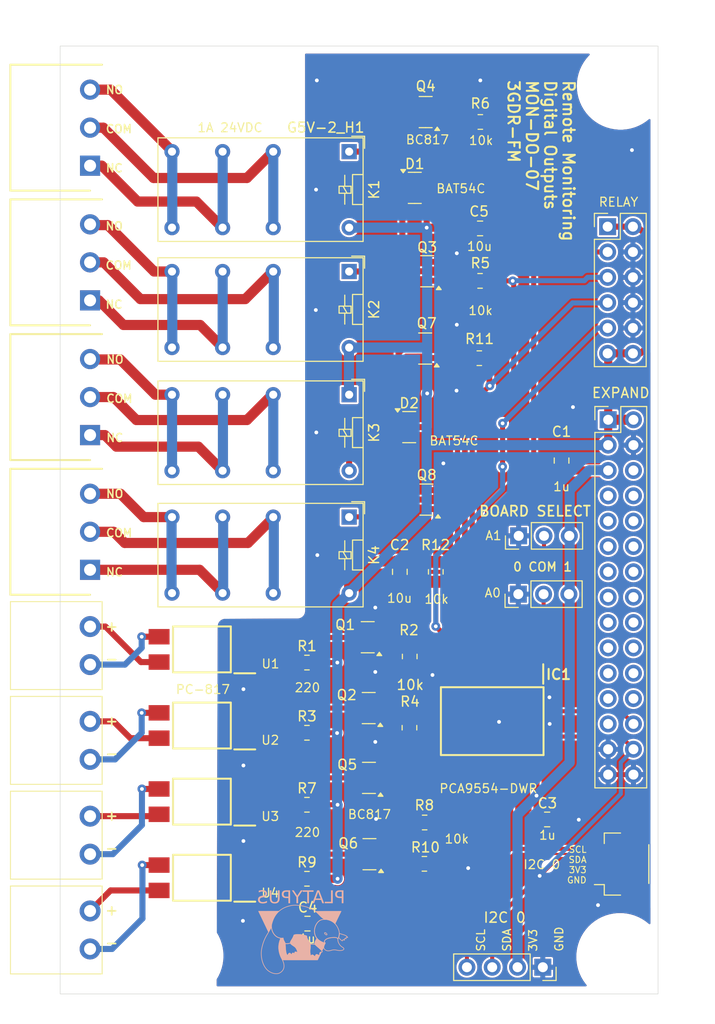
<source format=kicad_pcb>
(kicad_pcb (version 20240108) (generator "pcbnew") (generator_version "8.0")
  (layers (0 "F.Cu" signal) (31 "B.Cu" signal) (34 "B.Paste" user) (35 "F.Paste" user) (36 "B.SilkS" user "B.Silkscreen") (37 "F.SilkS" user "F.Silkscreen") (38 "B.Mask" user) (39 "F.Mask" user) (44 "Edge.Cuts" user))
  (net 0 "")
  (net 1 "GND")
  (net 2 "+3V3")
  (net 3 "/MOSI")
  (net 4 "/GP16")
  (net 5 "Net-(J2-Pin_2)")
  (net 6 "/GP1")
  (net 7 "/GP13")
  (net 8 "/SCK")
  (net 9 "/MISO")
  (net 10 "/GP7")
  (net 11 "/GP6")
  (net 12 "Net-(J2-Pin_3)")
  (net 13 "/GP11")
  (net 14 "/GP14")
  (net 15 "/GP12")
  (net 16 "/GP10")
  (net 17 "/GP8")
  (net 18 "/GP9")
  (net 19 "/GP17")
  (net 20 "/GP15")
  (net 21 "/A1")
  (net 22 "/P2")
  (net 23 "/P1")
  (net 24 "/P4")
  (net 25 "/P0")
  (net 26 "/P6")
  (net 27 "/A0")
  (net 29 "/P5")
  (net 30 "/P3")
  (net 31 "Net-(Q1-B)")
  (net 32 "Net-(Q2-B)")
  (net 33 "Net-(Q3-B)")
  (net 34 "Net-(Q1-C)")
  (net 35 "Net-(Q3-C)")
  (net 36 "Net-(Q2-C)")
  (net 37 "/P7")
  (net 38 "+5V")
  (net 39 "Net-(J1-Pin_2)")
  (net 40 "Net-(J1-Pin_1)")
  (net 41 "Net-(J1-Pin_3)")
  (net 42 "Net-(J3-Pin_2)")
  (net 43 "Net-(J2-Pin_1)")
  (net 44 "Net-(J3-Pin_1)")
  (net 45 "/AN_CS0")
  (net 46 "/AN_CS1")
  (net 47 "/AN_CS2")
  (net 48 "/AN_CS3")
  (net 49 "Net-(J5-Pin_1)")
  (net 50 "Net-(Q4-C)")
  (net 51 "Net-(Q4-B)")
  (net 52 "Net-(J5-Pin_2)")
  (net 53 "Net-(J7-Pin_1)")
  (net 54 "Net-(J7-Pin_2)")
  (net 55 "Net-(J8-Pin_1)")
  (net 56 "Net-(Q7-C)")
  (net 57 "Net-(Q8-C)")
  (net 58 "Net-(Q5-B)")
  (net 59 "Net-(Q5-C)")
  (net 60 "Net-(Q6-C)")
  (net 61 "Net-(Q6-B)")
  (net 62 "Net-(Q7-B)")
  (net 63 "Net-(Q8-B)")
  (net 64 "Net-(R7-Pad1)")
  (net 65 "Net-(R9-Pad1)")
  (net 66 "Net-(J8-Pin_2)")
  (net 67 "Net-(J9-Pin_1)")
  (net 68 "Net-(J9-Pin_2)")
  (net 69 "Net-(J10-Pin_1)")
  (net 70 "Net-(J10-Pin_2)")
  (net 71 "Net-(J8-Pin_3)")
  (net 72 "Net-(J9-Pin_3)")
  (net 73 "Net-(R1-Pad1)")
  (net 74 "Net-(R3-Pad1)")
  (net 75 "/SDA0")
  (net 76 "/SCL0")
  (footprint "Package_TO_SOT_SMD:SOT-23" (layer "F.Cu") (at 115.0643 104.3432 180)
    (property "Reference" "Q1")
    (property "Value" "BC817")
  )
  (footprint "RP:Relay_DPDT_Omron_G5V-2_BIGGER_HOLES" (layer "F.Cu") (at 113.201 67.691 -90)
    (property "Reference" "K2")
    (property "Value" "G5V-2_H1")
  )
  (footprint "Resistor_SMD:R_0805_2012Metric_Pad1.20x1.40mm_HandSolder" (layer "F.Cu") (at 119.253 113.411 90)
    (property "Reference" "R4")
    (property "Value" "10k")
  )
  (footprint "RP:K2EDG" (layer "F.Cu") (at 87.201 116.585 90)
    (property "Reference" "J5" (hide yes))
    (property "Value" "OPTO 6" (hide yes))
  )
  (footprint "RP:K2EDG" (layer "F.Cu") (at 87.201 107.085 90)
    (property "Reference" "J3" (hide yes))
    (property "Value" "OPTO 5" (hide yes))
  )
  (footprint "RP:K3EDG" (layer "F.Cu") (at 87.201 57.085 90)
    (property "Reference" "J1" (hide yes))
    (property "Value" "RELAY 1" (hide yes))
  )
  (footprint "Capacitor_SMD:C_0805_2012Metric_Pad1.18x1.45mm_HandSolder" (layer "F.Cu") (at 109.0168 133.0452 180)
    (property "Reference" "C4")
    (property "Value" "1u")
  )
  (footprint "Capacitor_SMD:C_0805_2012Metric_Pad1.18x1.45mm_HandSolder" (layer "F.Cu") (at 118.2878 97.79 -90)
    (property "Reference" "C2")
    (property "Value" "10u")
  )
  (footprint "RP:K2EDG" (layer "F.Cu") (at 87.201 135.585 90)
    (property "Reference" "J10" (hide yes))
    (property "Value" "OPTO 8" (hide yes))
  )
  (footprint "Connector_PinHeader_2.54mm:PinHeader_1x03_P2.54mm_Vertical" (layer "F.Cu") (at 130.175 100.0252 90)
    (property "Reference" "JP1" (hide yes))
    (property "Value" "A0")
  )
  (footprint "SamacSys_Parts:SOP254P960X420-4N" (layer "F.Cu") (at 98.425 120.819332 180)
    (property "Reference" "U3")
    (property "Value" "PC-817" (hide yes))
  )
  (footprint "Resistor_SMD:R_0805_2012Metric_Pad1.20x1.40mm_HandSolder" (layer "F.Cu") (at 119.2784 106.2736 90)
    (property "Reference" "R2")
    (property "Value" "10k")
  )
  (footprint "RP:MountingHole_3.5mm_no_fill" (layer "F.Cu") (at 140.3858 136.3726)
    (property "Reference" "H4" (hide yes))
    (property "Value" "MountingHole" (hide yes))
  )
  (footprint "Resistor_SMD:R_0805_2012Metric_Pad1.20x1.40mm_HandSolder" (layer "F.Cu") (at 108.966 106.8832)
    (property "Reference" "R1")
    (property "Value" "220")
  )
  (footprint "Resistor_SMD:R_0805_2012Metric_Pad1.20x1.40mm_HandSolder" (layer "F.Cu") (at 108.966 113.919)
    (property "Reference" "R3")
    (property "Value" "220" (hide yes))
  )
  (footprint "SamacSys_Parts:SOP254P960X420-4N" (layer "F.Cu") (at 98.425 128.4478 180)
    (property "Reference" "U4")
    (property "Value" "PC-817")
  )
  (footprint "Resistor_SMD:R_0805_2012Metric_Pad1.20x1.40mm_HandSolder" (layer "F.Cu") (at 121.8946 97.79 90)
    (property "Reference" "R12")
    (property "Value" "10k")
  )
  (footprint "Resistor_SMD:R_0805_2012Metric_Pad1.20x1.40mm_HandSolder" (layer "F.Cu") (at 126.3396 68.6308 180)
    (property "Reference" "R5")
    (property "Value" "10k")
  )
  (footprint "Capacitor_SMD:C_0805_2012Metric_Pad1.18x1.45mm_HandSolder" (layer "F.Cu") (at 133.0706 122.6058)
    (property "Reference" "C3")
    (property "Value" "1u")
  )
  (footprint "Connector_PinHeader_2.54mm:PinHeader_1x03_P2.54mm_Vertical" (layer "F.Cu") (at 130.2154 94.1832 90)
    (property "Reference" "JP2" (hide yes))
    (property "Value" "A1")
  )
  (footprint "SamacSys_Parts:SOP254P960X420-4N" (layer "F.Cu") (at 98.425 113.190866 180)
    (property "Reference" "U2")
    (property "Value" "PC-817" (hide yes))
  )
  (footprint "Package_TO_SOT_SMD:SOT-23" (layer "F.Cu") (at 115.1636 111.4439 180)
    (property "Reference" "Q2")
    (property "Value" "BC817")
  )
  (footprint "Connector_PinHeader_2.54mm:PinHeader_2x15_P2.54mm_Vertical" (layer "F.Cu") (at 139.192 82.55)
    (property "Reference" "J6" (hide yes))
    (property "Value" "EXPAND")
  )
  (footprint "Connector_PinSocket_2.54mm:PinSocket_1x04_P2.54mm_Vertical" (layer "F.Cu") (at 132.6388 137.414 -90)
    (property "Reference" "CON1" (hide yes))
    (property "Value" "I2C 0")
  )
  (footprint "Resistor_SMD:R_0805_2012Metric_Pad1.20x1.40mm_HandSolder" (layer "F.Cu") (at 108.966 121.1326)
    (property "Reference" "R7")
    (property "Value" "220")
  )
  (footprint "RP:K3EDG" (layer "F.Cu") (at 87.201 70.585 90)
    (property "Reference" "J2" (hide yes))
    (property "Value" "RELAY 2" (hide yes))
  )
  (footprint "RP:Relay_DPDT_Omron_G5V-2_BIGGER_HOLES" (layer "F.Cu") (at 113.201 92.3036 -90)
    (property "Reference" "K4")
    (property "Value" "G5V-2_H1")
  )
  (footprint "Package_TO_SOT_SMD:SOT-23" (layer "F.Cu") (at 115.189 118.4402 180)
    (property "Reference" "Q5")
    (property "Value" "BC817")
  )
  (footprint "RP:K3EDG" (layer "F.Cu") (at 87.201 97.585 90)
    (property "Reference" "J9" (hide yes))
    (property "Value" "RELAY 4" (hide yes))
  )
  (footprint "Package_TO_SOT_SMD:SOT-23" (layer "F.Cu") (at 119.7864 59.309)
    (property "Reference" "D1")
    (property "Value" "BAT54C")
  )
  (footprint "Package_TO_SOT_SMD:SOT-23" (layer "F.Cu") (at 120.9548 90.551 180)
    (property "Reference" "Q8")
    (property "Value" "BC817")
  )
  (footprint "Resistor_SMD:R_0805_2012Metric_Pad1.20x1.40mm_HandSolder" (layer "F.Cu") (at 108.966 128.5494)
    (property "Reference" "R9")
    (property "Value" "220")
  )
  (footprint "RP:MountingHole_3.5mm_no_fill" (layer "F.Cu") (at 140.4366 49.0926)
    (property "Reference" "H3" (hide yes))
    (property "Value" "MountingHole" (hide yes))
  )
  (footprint "SamacSys_Parts:SOP254P960X420-4N" (layer "F.Cu") (at 98.425 105.5624 180)
    (property "Reference" "U1")
    (property "Value" "PC-817" (hide yes))
  )
  (footprint "Capacitor_SMD:C_0805_2012Metric_Pad1.18x1.45mm_HandSolder" (layer "F.Cu") (at 134.5184 86.6394 90)
    (property "Reference" "C1")
    (property "Value" "1u")
  )
  (footprint "RP:K2EDG" (layer "F.Cu") (at 87.201 126.085 90)
    (property "Reference" "J7" (hide yes))
    (property "Value" "OPTO 7" (hide yes))
  )
  (footprint "Package_TO_SOT_SMD:SOT-23" (layer "F.Cu") (at 115.2398 126.0856 180)
    (property "Reference" "Q6")
    (property "Value" "BC817")
  )
  (footprint "RP:K3EDG" (layer "F.Cu") (at 87.201 84.085 90)
    (property "Reference" "J8" (hide yes))
    (property "Value" "RELAY 3" (hide yes))
  )
  (footprint "Package_TO_SOT_SMD:SOT-23" (layer "F.Cu") (at 120.8278 75.4126 180)
    (property "Reference" "Q7")
    (property "Value" "BC817" (hide yes))
  )
  (footprint "Connector_PinHeader_2.54mm:PinHeader_2x06_P2.54mm_Vertical" (layer "F.Cu") (at 139.1412 63.1952)
    (property "Reference" "J11" (hide yes))
    (property "Value" "RELAY")
  )
  (footprint "Package_TO_SOT_SMD:SOT-23" (layer "F.Cu") (at 121.031 67.6656 180)
    (property "Reference" "Q3")
    (property "Value" "BC817" (hide yes))
  )
  (footprint "RP:Relay_DPDT_Omron_G5V-2_BIGGER_HOLES" (layer "F.Cu") (at 113.201 80.0354 -90)
    (property "Reference" "K3")
    (property "Value" "G5V-2_H1")
  )
  (footprint "Capacitor_SMD:C_0805_2012Metric_Pad1.18x1.45mm_HandSolder" (layer "F.Cu") (at 126.3396 63.373)
    (property "Reference" "C5")
    (property "Value" "10u")
  )
  (footprint "RP:MountingHole_3.5mm_no_fill" (layer "F.Cu") (at 96.201 49.0926)
    (property "Reference" "H1" (hide yes))
    (property "Value" "MountingHole" (hide yes))
  )
  (footprint "RP:MountingHole_3.5mm_no_fill" (layer "F.Cu") (at 96.201 136.271)
    (property "Reference" "H2" (hide yes))
    (property "Value" "MountingHole" (hide yes))
  )
  (footprint "RP:Relay_DPDT_Omron_G5V-2_BIGGER_HOLES" (layer "F.Cu") (at 113.201 55.6768 -90)
    (property "Reference" "K1")
    (property "Value" "G5V-2_H1")
  )
  (footprint "Resistor_SMD:R_0805_2012Metric_Pad1.20x1.40mm_HandSolder" (layer "F.Cu") (at 126.2634 76.3778 180)
    (property "Reference" "R11")
    (property "Value" "10k")
  )
  (footprint "Resistor_SMD:R_0805_2012Metric_Pad1.20x1.40mm_HandSolder" (layer "F.Cu") (at 120.7516 127.0508 180)
    (property "Reference" "R10")
    (property "Value" "10k")
  )
  (footprint "RP:JST_SH_SM04B-SRSS-TB_1x04-1MP_P1.00mm_Horizontal_wide_MP" (layer "F.Cu") (at 140.589 127.0762 90)
    (property "Reference" "CON2" (hide yes))
    (property "Value" "I2C 0")
  )
  (footprint "Resistor_SMD:R_0805_2012Metric_Pad1.20x1.40mm_HandSolder" (layer "F.Cu") (at 126.365 52.705 180)
    (property "Reference" "R6")
    (property "Value" "10k")
  )
  (footprint "Package_TO_SOT_SMD:SOT-23" (layer "F.Cu") (at 119.2276 83.2866)
    (property "Reference" "D2")
    (property "Value" "BAT54C")
  )
  (footprint "SamacSys_Parts:SOIC127P1030X265-16N" (layer "F.Cu") (at 127.5588 112.7506 -90)
    (property "Reference" "IC1")
    (property "Value" "PCA9554-DWR")
  )
  (footprint "Resistor_SMD:R_0805_2012Metric_Pad1.20x1.40mm_HandSolder" (layer "F.Cu") (at 120.777 122.9106 180)
    (property "Reference" "R8")
    (property "Value" "10k")
  )
  (footprint "Package_TO_SOT_SMD:SOT-23" (layer "F.Cu") (at 120.8786 51.7144 180)
    (property "Reference" "Q4")
    (property "Value" "BC817")
  )
  (gr_poly (pts (xy 109.353342 135.093295) (xy 109.40995 135.102086) (xy 109.46345 135.109646) (xy 109.489465 135.11259) (xy 109.51522 135.114775) (xy 109.540887 135.116053) (xy 109.566639 135.116273) (xy 109.592646 135.115285) (xy 109.619083 135.112939) (xy 109.646121 135.109085) (xy 109.673931 135.103573) (xy 109.702688 135.096254) (xy 109.732562 135.086976) (xy 109.773923 135.131179) (xy 109.824571 135.180668) (xy 109.946543 135.29158) (xy 110.222912 135.53367) (xy 110.348578 135.649151) (xy 110.401996 135.702067) (xy 110.446743 135.750459) (xy 110.481024 135.793345) (xy 110.493679 135.812416) (xy 110.503043 135.829744) (xy 110.508893 135.845205) (xy 110.511004 135.858676) (xy 110.509152 135.870035) (xy 110.503112 135.879159) (xy 110.499825 135.881941) (xy 110.496077 135.884224) (xy 110.491893 135.886053) (xy 110.487295 135.88747) (xy 110.482307 135.88852) (xy 110.476951 135.889245) (xy 110.465233 135.889896) (xy 110.408357 135.888218) (xy 110.392571 135.888466) (xy 110.376532 135.889677) (xy 110.368477 135.890753) (xy 110.360428 135.892199) (xy 110.352409 135.89406) (xy 110.344444 135.896379) (xy 110.336556 135.8992) (xy 110.328768 135.902566) (xy 110.321104 135.90652) (xy 110.313587 135.911106) (xy 110.30624 135.916367) (xy 110.299087 135.922347) (xy 110.292152 135.92909) (xy 110.285456 135.936638) (xy 110.276196 135.949052) (xy 110.268075 135.961443) (xy 110.261029 135.973792) (xy 110.254995 135.986076) (xy 110.249911 135.998275) (xy 110.245713 136.010365) (xy 110.242337 136.022327) (xy 110.239721 136.034138) (xy 110.237801 136.045777) (xy 110.236515 136.057222) (xy 110.235588 136.079447) (xy 110.236435 136.100639) (xy 110.238549 136.120626) (xy 110.249573 136.185091) (xy 110.250441 136.196476) (xy 110.250244 136.201341) (xy 110.249543 136.205625) (xy 110.248273 136.209306) (xy 110.246372 136.212364) (xy 110.243777 136.214777) (xy 110.240424 136.216523) (xy 110.233768 136.218458) (xy 110.226494 136.219608) (xy 110.218643 136.220023) (xy 110.210256 136.219752) (xy 110.201374 136.218847) (xy 110.192039 136.217356) (xy 110.172173 136.212819) (xy 110.150987 136.206538) (xy 110.128812 136.198914) (xy 110.082812 136.18123) (xy 110.036813 136.162961) (xy 110.014638 136.154604) (xy 109.993452 136.147297) (xy 109.973585 136.14144) (xy 109.955368 136.137433) (xy 109.94698 136.136247) (xy 109.939129 136.135672) (xy 109.931855 136.13576) (xy 109.925199 136.136559) (xy 109.913258 136.139544) (xy 109.902264 136.143308) (xy 109.892164 136.147795) (xy 109.882908 136.152949) (xy 109.874446 136.158714) (xy 109.866727 136.165035) (xy 109.859699 136.171855) (xy 109.853312 136.17912) (xy 109.847515 136.186772) (xy 109.842257 136.194757) (xy 109.837488 136.203017) (xy 109.833156 136.211499) (xy 109.825601 136.2289) (xy 109.819186 136.246514) (xy 109.808148 136.280592) (xy 109.802711 136.296163) (xy 109.796787 136.31016) (xy 109.793516 136.316429) (xy 109.789969 136.322137) (xy 109.786098 136.327228) (xy 109.78185 136.331646) (xy 109.777176 136.335336) (xy 109.772023 136.338242) (xy 109.766342 136.340307) (xy 109.760082 136.341477) (xy 109.753088 136.338656) (xy 109.746172 136.33537) (xy 109.739322 136.331652) (xy 109.732529 136.327532) (xy 109.725781 136.323045) (xy 109.719069 136.318223) (xy 109.705708 136.307701) (xy 109.692362 136.296228) (xy 109.678946 136.284063) (xy 109.651568 136.258697) (xy 109.637438 136.246016) (xy 109.6229 136.233683) (xy 109.607872 136.221957) (xy 109.600147 136.216403) (xy 109.592268 136.211099) (xy 109.584224 136.206077) (xy 109.576004 136.201369) (xy 109.567599 136.197008) (xy 109.558996 136.193026) (xy 109.550187 136.189456) (xy 109.541161 136.18633) (xy 109.531906 136.183681) (xy 109.522412 136.181542) (xy 109.51324 136.180055) (xy 109.504477 136.17931) (xy 109.496104 136.17926) (xy 109.488106 136.179857) (xy 109.480465 136.181052) (xy 109.473164 136.182798) (xy 109.466187 136.185046) (xy 109.459516 136.187749) (xy 109.453135 136.190858) (xy 109.447026 136.194325) (xy 109.441173 136.198103) (xy 109.435559 136.202142) (xy 109.430166 136.206396) (xy 109.424978 136.210816) (xy 109.415149 136.219963) (xy 109.397201 136.238135) (xy 109.388812 136.246391) (xy 109.380632 136.253583) (xy 109.376577 136.256659) (xy 109.372525 136.259325) (xy 109.368456 136.261532) (xy 109.364355 136.263233) (xy 109.360205 136.264378) (xy 109.355988 136.264922) (xy 109.351688 136.264814) (xy 109.347287 136.264008) (xy 109.347279 136.264001) (xy 109.343748 136.263149) (xy 109.340197 136.260646) (xy 109.336635 136.256567) (xy 109.33307 136.250988) (xy 109.325973 136.235634) (xy 109.318979 136.215192) (xy 109.31216 136.190269) (xy 109.305591 136.161473) (xy 109.299344 136.129412) (xy 109.293492 136.094693) (xy 109.28811 136.057924) (xy 109.28327 136.019713) (xy 109.279046 135.980668) (xy 109.275511 135.941395) (xy 109.272738 135.902504) (xy 109.2708 135.8646) (xy 109.269771 135.828293) (xy 109.269725 135.79419) (xy 109.271324 135.759561) (xy 109.274077 135.722388) (xy 109.282037 135.641478) (xy 109.300684 135.460887) (xy 109.307326 135.365481) (xy 109.309091 135.317435) (xy 109.309483 135.269518) (xy 109.308247 135.221996) (xy 109.305132 135.175136) (xy 109.299883 135.129206) (xy 109.292249 135.084473)) (stroke (width 0.066145) (color 0 255 0 1)) (fill none) (layer "B.SilkS"))
  (gr_poly (pts (xy 106.151392 131.798913) (xy 106.151384 131.798913) (xy 106.151392 131.798906)) (stroke (width 0.053477) (color 155 102 87 1)) (fill solid) (layer "B.SilkS"))
  (gr_poly (pts (xy 109.753544 135.110867) (xy 109.753422 135.110886) (xy 109.75343 135.110749)) (stroke (width 0.053477) (color 155 102 87 1)) (fill solid) (layer "B.SilkS"))
  (gr_poly (pts (xy 108.177896 134.130011) (xy 108.273704 134.136764) (xy 108.368862 134.14686) (xy 108.462057 134.159796) (xy 108.551972 134.175072) (xy 108.637291 134.192185) (xy 108.7167 134.210634) (xy 108.788884 134.229918) (xy 108.852526 134.249534) (xy 108.906311 134.268982) (xy 108.948924 134.287759) (xy 108.950738 134.319118) (xy 108.953791 134.349507) (xy 108.958018 134.378982) (xy 108.963351 134.407599) (xy 108.969726 134.435414) (xy 108.977076 134.462483) (xy 108.985335 134.488861) (xy 108.994437 134.514604) (xy 109.014907 134.564411) (xy 109.037957 134.61235) (xy 109.06306 134.658868) (xy 109.089688 134.704411) (xy 109.145407 134.794364) (xy 109.173441 134.839667) (xy 109.200888 134.885784) (xy 109.22722 134.933161) (xy 109.251909 134.982246) (xy 109.274427 135.033486) (xy 109.284707 135.060053) (xy 109.294246 135.087327) (xy 109.295052 135.087491) (xy 109.295794 135.087621) (xy 109.296491 135.087728) (xy 109.297166 135.087824) (xy 109.29784 135.087919) (xy 109.298533 135.088027) (xy 109.299268 135.088159) (xy 109.300064 135.088326) (xy 109.307332 135.132859) (xy 109.312288 135.178534) (xy 109.315178 135.22509) (xy 109.316247 135.272268) (xy 109.315743 135.319807) (xy 109.31391 135.367447) (xy 109.307245 135.46199) (xy 109.288807 135.640839) (xy 109.280971 135.720981) (xy 109.27826 135.757821) (xy 109.276682 135.792161) (xy 109.276729 135.826264) (xy 109.27776 135.862573) (xy 109.279701 135.900479) (xy 109.28248 135.939374) (xy 109.286022 135.978651) (xy 109.290253 136.017701) (xy 109.295101 136.055916) (xy 109.300491 136.09269) (xy 109.306351 136.127414) (xy 109.312606 136.15948) (xy 109.319183 136.18828) (xy 109.326008 136.213207) (xy 109.333008 136.233653) (xy 109.340109 136.24901) (xy 109.343674 136.25459) (xy 109.347238 136.25867) (xy 109.350789 136.261173) (xy 109.35432 136.262025) (xy 109.358721 136.262831) (xy 109.363021 136.262939) (xy 109.367237 136.262396) (xy 109.371386 136.261251) (xy 109.375486 136.259551) (xy 109.379553 136.257345) (xy 109.383603 136.25468) (xy 109.387655 136.251605) (xy 109.395831 136.244417) (xy 109.404214 136.236163) (xy 109.422148 136.217998) (xy 109.431971 136.208855) (xy 109.437156 136.204437) (xy 109.442545 136.200185) (xy 109.448157 136.196147) (xy 109.454007 136.192371) (xy 109.460113 136.188905) (xy 109.466491 136.185797) (xy 109.47316 136.183096) (xy 109.480135 136.180849) (xy 109.487433 136.179104) (xy 109.495073 136.17791) (xy 109.50307 136.177314) (xy 109.511441 136.177364) (xy 109.520204 136.178109) (xy 109.529376 136.179597) (xy 109.538869 136.181737) (xy 109.548125 136.184386) (xy 109.557152 136.187512) (xy 109.565962 136.191083) (xy 109.574565 136.195065) (xy 109.582972 136.199427) (xy 109.591193 136.204135) (xy 109.599238 136.209158) (xy 109.607119 136.214463) (xy 109.614846 136.220017) (xy 109.629878 136.231743) (xy 109.644419 136.244077) (xy 109.658554 136.256758) (xy 109.68594 136.282125) (xy 109.699359 136.29429) (xy 109.712708 136.305763) (xy 109.726072 136.316285) (xy 109.732785 136.321107) (xy 109.739533 136.325595) (xy 109.746327 136.329714) (xy 109.753177 136.333433) (xy 109.760094 136.336719) (xy 109.767088 136.339539) (xy 109.773349 136.338369) (xy 109.77903 136.336303) (xy 109.784182 136.333396) (xy 109.788857 136.329704) (xy 109.793105 136.325283) (xy 109.796976 136.320189) (xy 109.800522 136.314478) (xy 109.803794 136.308206) (xy 109.809717 136.2942) (xy 109.815153 136.27862) (xy 109.826189 136.244523) (xy 109.832603 136.226899) (xy 109.840157 136.209488) (xy 109.844488 136.201002) (xy 109.849257 136.192737) (xy 109.854515 136.184748) (xy 109.860311 136.177092) (xy 109.866698 136.169824) (xy 109.873725 136.163) (xy 109.881444 136.156676) (xy 109.889906 136.150909) (xy 109.899162 136.145753) (xy 109.909261 136.141265) (xy 109.920256 136.1375) (xy 109.932197 136.134514) (xy 109.938853 136.133715) (xy 109.946128 136.133628) (xy 109.953979 136.134202) (xy 109.962366 136.135388) (xy 109.980584 136.139396) (xy 110.000451 136.145252) (xy 110.021637 136.152559) (xy 110.043812 136.160916) (xy 110.089812 136.179186) (xy 110.135811 136.196869) (xy 110.157986 136.204493) (xy 110.179171 136.210774) (xy 110.199037 136.215312) (xy 110.208372 136.216802) (xy 110.217253 136.217708) (xy 110.22564 136.217978) (xy 110.233491 136.217563) (xy 110.240765 136.216413) (xy 110.24742 136.214478) (xy 110.250773 136.212732) (xy 110.253368 136.21032) (xy 110.255268 136.207263) (xy 110.256536 136.203582) (xy 110.257236 136.1993) (xy 110.257431 136.194437) (xy 110.256558 136.183055) (xy 110.245509 136.118608) (xy 110.243388 136.098626) (xy 110.242535 136.077438) (xy 110.243456 136.055219) (xy 110.24474 136.043775) (xy 110.246657 136.032138) (xy 110.249271 136.020329) (xy 110.252644 136.008369) (xy 110.256841 135.99628) (xy 110.261924 135.984083) (xy 110.267956 135.9718) (xy 110.275001 135.959452) (xy 110.283123 135.94706) (xy 110.292383 135.934647) (xy 110.295771 135.93069) (xy 110.299224 135.926949) (xy 110.302739 135.923419) (xy 110.306313 135.920093) (xy 110.309942 135.916967) (xy 110.313624 135.914033) (xy 110.321134 135.908722) (xy 110.328818 135.904113) (xy 110.336652 135.900159) (xy 110.34461 135.896814) (xy 110.35267 135.894029) (xy 110.360805 135.891759) (xy 110.368992 135.889956) (xy 110.377206 135.888574) (xy 110.385423 135.887566) (xy 110.393618 135.886884) (xy 110.401767 135.886482) (xy 110.409846 135.886313) (xy 110.417829 135.88633) (xy 110.32132 136.086571) (xy 110.03051 136.683694) (xy 106.49964 136.68483) (xy 106.396459 136.489101) (xy 106.344586 136.382417) (xy 106.319209 136.325306) (xy 106.294445 136.265085) (xy 106.270474 136.201308) (xy 106.247476 136.133528) (xy 106.225631 136.061297) (xy 106.205119 135.98417) (xy 106.186119 135.901698) (xy 106.168813 135.813434) (xy 106.153379 135.718932) (xy 106.139998 135.617745) (xy 106.134805 135.565417) (xy 106.13145 135.513181) (xy 106.129823 135.46114) (xy 106.129813 135.409396) (xy 106.131311 135.358053) (xy 106.134207 135.307213) (xy 106.138392 135.25698) (xy 106.143757 135.207456) (xy 106.157584 135.110948) (xy 106.174812 135.018513) (xy 106.194563 134.930973) (xy 106.215959 134.849152) (xy 106.238124 134.773874) (xy 106.260181 134.705961) (xy 106.28125 134.646238) (xy 106.300457 134.595527) (xy 106.329769 134.524436) (xy 106.3411 134.499276) (xy 106.37064 134.502796) (xy 106.399358 134.504912) (xy 106.427842 134.505706) (xy 106.45668 134.505257) (xy 106.486458 134.503647) (xy 106.517765 134.500956) (xy 106.551187 134.497265) (xy 106.587313 134.492653) (xy 106.586773 134.512094) (xy 106.587394 134.531568) (xy 106.589104 134.551059) (xy 106.591832 134.570546) (xy 106.595505 134.590014) (xy 106.600052 134.609443) (xy 106.605401 134.628816) (xy 106.611481 134.648115) (xy 106.625546 134.686418) (xy 106.641672 134.724208) (xy 106.659286 134.761341) (xy 106.677815 134.797674) (xy 106.749606 134.932116) (xy 106.764104 134.962285) (xy 106.776075 134.99079) (xy 106.784946 135.017486) (xy 106.788039 135.030111) (xy 106.790142 135.042229) (xy 106.799496 135.163205) (xy 106.80771 135.321973) (xy 106.818169 135.503333) (xy 106.834257 135.692084) (xy 106.845468 135.78448) (xy 106.859355 135.873023) (xy 106.876341 135.955813) (xy 106.896848 136.030949) (xy 106.908555 136.065054) (xy 106.921301 136.096532) (xy 106.935138 136.125147) (xy 106.95012 136.150661) (xy 106.9663 136.172837) (xy 106.983731 136.191437) (xy 107.002464 136.206223) (xy 107.022554 136.216958) (xy 107.026252 136.217796) (xy 107.029855 136.217539) (xy 107.033385 136.216248) (xy 107.036864 136.213986) (xy 107.040315 136.210814) (xy 107.043758 136.206794) (xy 107.050713 136.196457) (xy 107.057902 136.183469) (xy 107.065504 136.168324) (xy 107.082643 136.133544) (xy 107.092532 136.114896) (xy 107.103534 136.096068) (xy 107.115826 136.077556) (xy 107.122511 136.068573) (xy 107.129583 136.059853) (xy 107.137066 136.05146) (xy 107.144981 136.043454) (xy 107.15335 136.035897) (xy 107.162195 136.028852) (xy 107.171538 136.02238) (xy 107.181401 136.016543) (xy 107.191806 136.011402) (xy 107.202774 136.00702) (xy 107.214113 136.00384) (xy 107.225148 136.002201) (xy 107.235881 136.002003) (xy 107.246318 136.003145) (xy 107.256461 136.005528) (xy 107.266314 136.009052) (xy 107.275881 136.013618) (xy 107.285165 136.019125) (xy 107.294171 136.025475) (xy 107.302902 136.032566) (xy 107.311361 136.0403) (xy 107.319553 136.048577) (xy 107.335148 136.066359) (xy 107.349717 136.085115) (xy 107.398321 136.153916) (xy 107.408201 136.16557) (xy 107.412821 136.170017) (xy 107.417233 136.17341) (xy 107.421439 136.17565) (xy 107.425444 136.176637) (xy 107.429252 136.176272) (xy 107.432866 136.174454) (xy 107.435383 136.172399) (xy 107.437788 136.169549) (xy 107.440102 136.165958) (xy 107.442344 136.161682) (xy 107.446693 136.15129) (xy 107.450998 136.138808) (xy 107.460121 136.109317) (xy 107.465261 136.093179) (xy 107.471001 136.076693) (xy 107.477504 136.060295) (xy 107.484931 136.04442) (xy 107.489041 136.036815) (xy 107.493443 136.029505) (xy 107.498156 136.022542) (xy 107.503201 136.015983) (xy 107.508597 136.009881) (xy 107.514366 136.004291) (xy 107.520527 135.999268) (xy 107.5271 135.994865) (xy 107.534106 135.991138) (xy 107.541565 135.98814) (xy 107.549497 135.985926) (xy 107.557921 135.984551) (xy 107.566305 135.984263) (xy 107.574567 135.984769) (xy 107.582703 135.986013) (xy 107.590707 135.987939) (xy 107.598576 135.990491) (xy 107.606305 135.993613) (xy 107.61389 135.99725) (xy 107.621324 136.001345) (xy 107.628605 136.005843) (xy 107.635728 136.010688) (xy 107.642687 136.015825) (xy 107.649479 136.021196) (xy 107.662542 136.032421) (xy 107.674878 136.043917) (xy 107.697228 136.065936) (xy 107.707168 136.075564) (xy 107.716236 136.083677) (xy 107.720431 136.087025) (xy 107.724395 136.089827) (xy 107.728122 136.092026) (xy 107.731608 136.093568) (xy 107.734848 136.094395) (xy 107.737839 136.094452) (xy 107.740574 136.093684) (xy 107.743051 136.092034) (xy 107.743855 136.088821) (xy 107.744412 136.084842) (xy 107.74491 136.074798) (xy 107.744312 136.047869) (xy 107.74325 136.014673) (xy 107.743167 135.996795) (xy 107.743714 135.978635) (xy 107.745141 135.960622) (xy 107.747697 135.943184) (xy 107.749475 135.934814) (xy 107.75163 135.926748) (xy 107.75419 135.91904) (xy 107.757189 135.911743) (xy 107.760656 135.904912) (xy 107.764624 135.898598) (xy 107.769122 135.892857) (xy 107.774183 135.887741) (xy 107.779837 135.883305) (xy 107.786115 135.8796) (xy 107.793049 135.876682) (xy 107.80067 135.874604) (xy 107.80875 135.873513) (xy 107.817024 135.873019) (xy 107.825466 135.873076) (xy 107.834051 135.873638) (xy 107.842754 135.874656) (xy 107.851548 135.876086) (xy 107.860408 135.87788) (xy 107.869308 135.879991) (xy 107.887126 135.88498) (xy 107.904798 135.890679) (xy 107.938881 135.902712) (xy 107.954881 135.908301) (xy 107.969914 135.913106) (xy 107.983774 135.916755) (xy 107.990201 135.918029) (xy 107.996257 135.918873) (xy 108.001918 135.919242) (xy 108.007157 135.919088) (xy 108.011949 135.918365) (xy 108.016269 135.917027) (xy 108.02009 135.915025) (xy 108.023387 135.912315) (xy 108.026135 135.908849) (xy 108.028307 135.90458) (xy 108.029286 135.891987) (xy 108.027591 135.873424) (xy 108.023301 135.849596) (xy 108.016497 135.82121) (xy 108.00726 135.788973) (xy 107.99567 135.753591) (xy 107.981809 135.715771) (xy 107.965756 135.67622) (xy 107.947592 135.635643) (xy 107.927398 135.594748) (xy 107.905254 135.55424) (xy 107.881242 135.514828) (xy 107.855441 135.477217) (xy 107.827932 135.442113) (xy 107.798797 135.410224) (xy 107.783644 135.395706) (xy 107.768114 135.382256) (xy 107.735761 135.35652) (xy 107.70266 135.331691) (xy 107.669061 135.307623) (xy 107.635214 135.28417) (xy 107.502318 135.193575) (xy 107.470963 135.171) (xy 107.440854 135.148161) (xy 107.41224 135.124912) (xy 107.38537 135.101107) (xy 107.360493 135.0766) (xy 107.337858 135.051243) (xy 107.327459 135.038201) (xy 107.317714 135.024892) (xy 107.308655 135.011297) (xy 107.300311 134.997399) (xy 107.296865 134.998384) (xy 107.293274 134.999292) (xy 107.28958 135.000146) (xy 107.285823 135.000969) (xy 107.278286 135.002604) (xy 107.274588 135.00346) (xy 107.270991 135.004372) (xy 107.28816 134.999598) (xy 107.29678 134.997229) (xy 107.305355 134.99495) (xy 107.302767 134.977705) (xy 107.301979 134.960161) (xy 107.302899 134.942295) (xy 107.305437 134.924087) (xy 107.3095 134.905514) (xy 107.314999 134.886555) (xy 107.329938 134.847395) (xy 107.349523 134.806433) (xy 107.373026 134.763497) (xy 107.428866 134.671018) (xy 107.491626 134.568582) (xy 107.523778 134.5132) (xy 107.555472 134.454812) (xy 107.585979 134.393247) (xy 107.614569 134.328333) (xy 107.640514 134.259897) (xy 107.663085 134.187768) (xy 107.698136 134.175026) (xy 107.735163 134.163934) (xy 107.814484 134.146452) (xy 107.899733 134.13482) (xy 107.989595 134.128537) (xy 108.082755 134.127101)) (stroke (width 0.053477) (color 155 102 87 1)) (fill solid) (layer "B.SilkS"))
  (gr_poly (pts (xy 107.879357 131.197794) (xy 108.005262 131.204093) (xy 108.137001 131.215536) (xy 108.273607 131.232271) (xy 108.414113 131.25445) (xy 108.55755 131.282223) (xy 108.702952 131.315738) (xy 108.84935 131.355148) (xy 108.995778 131.400601) (xy 109.141268 131.452248) (xy 109.284852 131.510239) (xy 109.425563 131.574723) (xy 109.562433 131.645852) (xy 109.618593 131.678125) (xy 109.6718 131.710722) (xy 109.722239 131.743601) (xy 109.770095 131.776722) (xy 109.858797 131.843521) (xy 109.939381 131.910785) (xy 110.013325 131.97818) (xy 110.082105 132.045374) (xy 110.210082 132.177826) (xy 110.272233 132.242418) (xy 110.335128 132.305475) (xy 110.400243 132.366666) (xy 110.469056 132.425657) (xy 110.543044 132.482115) (xy 110.58244 132.50929) (xy 110.623683 132.535707) (xy 110.666958 132.561323) (xy 110.71245 132.586099) (xy 110.760344 132.609991) (xy 110.810823 132.632959) (xy 110.755302 132.625818) (xy 110.701316 132.622108) (xy 110.648862 132.621683) (xy 110.597937 132.624402) (xy 110.548536 132.630121) (xy 110.500656 132.638696) (xy 110.454293 132.649985) (xy 110.409443 132.663844) (xy 110.366104 132.68013) (xy 110.324271 132.6987) (xy 110.28394 132.71941) (xy 110.245108 132.742118) (xy 110.207771 132.76668) (xy 110.171926 132.792952) (xy 110.137568 132.820793) (xy 110.104695 132.850058) (xy 110.043387 132.912288) (xy 109.987971 132.978497) (xy 109.938419 133.04754) (xy 109.894702 133.11827) (xy 109.856789 133.189542) (xy 109.824651 133.26021) (xy 109.79826 133.329128) (xy 109.777586 133.39515) (xy 109.759242 133.464721) (xy 109.743768 133.534698) (xy 109.731394 133.60502) (xy 109.722351 133.675623) (xy 109.71687 133.746446) (xy 109.715183 133.817427) (xy 109.717519 133.888502) (xy 109.72411 133.959611) (xy 109.735187 134.03069) (xy 109.75098 134.101678) (xy 109.77172 134.172512) (xy 109.797639 134.243129) (xy 109.828968 134.313469) (xy 109.865936 134.383468) (xy 109.908775 134.453064) (xy 109.957716 134.522195) (xy 109.940048 134.561734) (xy 109.921918 134.598257) (xy 109.903569 134.63232) (xy 109.885241 134.66448) (xy 109.84962 134.725315) (xy 109.83281 134.755103) (xy 109.816989 134.785213) (xy 109.8024 134.816202) (xy 109.789284 134.848626) (xy 109.783354 134.865549) (xy 109.777883 134.883041) (xy 109.772901 134.901169) (xy 109.768439 134.920004) (xy 109.764527 134.939614) (xy 109.761194 134.960071) (xy 109.758472 134.981442) (xy 109.75639 135.003799) (xy 109.754978 135.027209) (xy 109.754268 135.051744) (xy 109.754288 135.077472) (xy 109.75507 135.104462) (xy 109.694333 135.110381) (xy 109.639753 135.114775) (xy 109.588574 135.117295) (xy 109.563398 135.117742) (xy 109.538039 135.117588) (xy 109.512153 135.116789) (xy 109.485394 135.115302) (xy 109.457419 135.113083) (xy 109.427882 135.110087) (xy 109.39644 135.106271) (xy 109.362748 135.101591) (xy 109.287235 135.089463) (xy 109.277696 135.062189) (xy 109.267416 135.035621) (xy 109.2449 134.984377) (xy 109.220214 134.935287) (xy 109.193887 134.887902) (xy 109.166445 134.841777) (xy 109.138417 134.796464) (xy 109.082714 134.706491) (xy 109.056093 134.660937) (xy 109.030997 134.61441) (xy 109.007954 134.566462) (xy 108.98749 134.516647) (xy 108.978391 134.4909) (xy 108.970134 134.464519) (xy 108.962786 134.437448) (xy 108.956414 134.409631) (xy 108.951081 134.381012) (xy 108.946856 134.351536) (xy 108.943804 134.321147) (xy 108.94199 134.289788) (xy 108.899376 134.271011) (xy 108.845588 134.251565) (xy 108.781942 134.23195) (xy 108.709753 134.212668) (xy 108.630338 134.194222) (xy 108.545011 134.177111) (xy 108.455089 134.161838) (xy 108.361887 134.148905) (xy 108.266721 134.138812) (xy 108.170906 134.132061) (xy 108.075758 134.129154) (xy 107.982593 134.130593) (xy 107.892726 134.136878) (xy 107.807472 134.148511) (xy 107.728148 134.165994) (xy 107.691121 134.177086) (xy 107.65607 134.189828) (xy 107.656072 134.189835) (xy 107.633501 134.261964) (xy 107.607556 134.3304) (xy 107.578964 134.395313) (xy 107.548456 134.456877) (xy 107.516761 134.515264) (xy 107.484608 134.570645) (xy 107.421843 134.673079) (xy 107.365998 134.765556) (xy 107.342493 134.808491) (xy 107.322906 134.849453) (xy 107.307965 134.888613) (xy 107.302465 134.907572) (xy 107.298401 134.926145) (xy 107.295862 134.944354) (xy 107.294942 134.96222) (xy 107.295729 134.979765) (xy 107.298317 134.99701) (xy 107.19637 135.024968) (xy 107.14264 135.038478) (xy 107.11442 135.044603) (xy 107.085041 135.050113) (xy 107.054313 135.054862) (xy 107.022046 135.058703) (xy 106.98805 135.061489) (xy 106.952133 135.063075) (xy 106.914106 135.063313) (xy 106.873777 135.062058) (xy 106.830956 135.059163) (xy 106.785452 135.054482) (xy 106.784168 135.042486) (xy 106.781775 135.029939) (xy 106.77835 135.01686) (xy 106.773971 135.003268) (xy 106.762663 134.974628) (xy 106.748475 134.944176) (xy 106.732029 134.91207) (xy 106.713948 134.878466) (xy 106.675375 134.807396) (xy 106.656129 134.770244) (xy 106.63774 134.732225) (xy 106.620832 134.693496) (xy 106.606027 134.654214) (xy 106.599609 134.634415) (xy 106.593949 134.614536) (xy 106.589127 134.594599) (xy 106.585221 134.574621) (xy 106.582307 134.554623) (xy 106.580465 134.534625) (xy 106.579771 134.514646) (xy 106.580304 134.494706) (xy 106.542927 134.499326) (xy 106.507504 134.502852) (xy 106.4737 134.505243) (xy 106.441182 134.50646) (xy 106.409618 134.506461) (xy 106.378672 134.505206) (xy 106.348012 134.502656) (xy 106.317305 134.498769) (xy 106.286216 134.493507) (xy 106.254413 134.486827) (xy 106.221562 134.47869) (xy 106.187329 134.469056) (xy 106.151381 134.457885) (xy 106.113385 134.445136) (xy 106.073006 134.430768) (xy 106.029912 134.414742) (xy 105.999589 134.40168) (xy 105.968748 134.385975) (xy 105.937516 134.367705) (xy 105.90602 134.346953) (xy 105.874386 134.323797) (xy 105.842742 134.298319) (xy 105.811214 134.270597) (xy 105.779929 134.240712) (xy 105.749015 134.208744) (xy 105.718597 134.174773) (xy 105.688804 134.13888) (xy 105.659761 134.101144) (xy 105.631596 134.061645) (xy 105.604435 134.020464) (xy 105.578406 133.97768) (xy 105.553635 133.933374) (xy 105.53025 133.887626) (xy 105.508377 133.840515) (xy 105.488142 133.792123) (xy 105.469674 133.742528) (xy 105.453099 133.691811) (xy 105.438543 133.640053) (xy 105.426134 133.587332) (xy 105.415998 133.53373) (xy 105.408263 133.479326) (xy 105.403055 133.424201) (xy 105.400501 133.368434) (xy 105.400729 133.312106) (xy 105.403864 133.255296) (xy 105.410034 133.198085) (xy 105.419366 133.140553) (xy 105.431987 133.08278) (xy 105.468266 132.948373) (xy 105.512073 132.810291) (xy 105.564368 132.669837) (xy 105.62611 132.528314) (xy 105.69826 132.387025) (xy 105.781777 132.247274) (xy 105.877623 132.110364) (xy 105.930469 132.043381) (xy 105.986757 131.977597) (xy 106.046608 131.913175) (xy 106.11014 131.850278) (xy 106.177475 131.789068) (xy 106.248731 131.729709) (xy 106.32403 131.672363) (xy 106.403491 131.617193) (xy 106.487235 131.564362) (xy 106.57538 131.514033) (xy 106.668048 131.46637) (xy 106.765358 131.421534) (xy 106.867431 131.379689) (xy 106.974385 131.340997) (xy 107.086343 131.305622) (xy 107.203422 131.273726) (xy 107.325744 131.245473) (xy 107.453428 131.221025) (xy 107.546321 131.208253) (xy 107.648919 131.200024) (xy 107.760253 131.196487)) (stroke (width 0.066145) (color 0 255 0 1)) (fill none) (layer "B.SilkS"))
  (gr_poly (pts (xy 106.78295 135.03949) (xy 106.782948 135.03949) (xy 106.78295 135.03949)) (stroke (width 0.066145) (color 0 255 0 1)) (fill none) (layer "B.SilkS"))
  (gr_poly (pts (xy 111.785413 133.058518) (xy 111.73302 133.007281) (xy 111.67846 132.959205) (xy 111.621909 132.914296) (xy 111.563545 132.872558) (xy 111.503546 132.833997) (xy 111.442088 132.798617) (xy 111.379351 132.766423) (xy 111.31551 132.737419) (xy 111.250744 132.711611) (xy 111.18523 132.689003) (xy 111.119145 132.669599) (xy 111.052667 132.653405) (xy 110.985974 132.640426) (xy 110.919243 132.630665) (xy 110.852652 132.624128) (xy 110.786377 132.62082) (xy 110.786377 132.620828) (xy 110.745511 132.601469) (xy 110.706363 132.581487) (xy 110.668829 132.560906) (xy 110.632805 132.539749) (xy 110.564871 132.495804) (xy 110.501728 132.449839) (xy 110.442543 132.402042) (xy 110.386482 132.352602) (xy 110.332713 132.301708) (xy 110.280402 132.249546) (xy 110.069087 132.032) (xy 110.011575 131.97633) (xy 109.950523 131.920523) (xy 109.885099 131.864767) (xy 109.81447 131.809251) (xy 112.394157 131.804979)) (stroke (width 0.053477) (color 155 102 87 1)) (fill solid) (layer "B.SilkS"))
  (gr_poly (pts (xy 105.412202 133.453323) (xy 105.429908 133.562235) (xy 105.454372 133.666924) (xy 105.485478 133.767096) (xy 105.523109 133.862455) (xy 105.567151 133.952706) (xy 105.617488 134.037552) (xy 105.674003 134.116699) (xy 105.704542 134.154043) (xy 105.736582 134.189851) (xy 105.77011 134.224086) (xy 105.805109 134.256712) (xy 105.841567 134.287692) (xy 105.879469 134.316988) (xy 105.918799 134.344563) (xy 105.959544 134.370382) (xy 106.00169 134.394406) (xy 106.045221 134.416599) (xy 106.090124 134.436923) (xy 106.136384 134.455343) (xy 106.183986 134.471821) (xy 106.232916 134.486319) (xy 106.283159 134.498802) (xy 106.334702 134.509232) (xy 106.334701 134.50924) (xy 106.297772 134.594414) (xy 106.264961 134.678703) (xy 106.211112 134.844488) (xy 106.171988 135.006323) (xy 106.14642 135.163938) (xy 106.133243 135.317062) (xy 106.131287 135.465423) (xy 106.139386 135.60875) (xy 106.156371 135.746773) (xy 106.181077 135.879221) (xy 106.212334 136.005822) (xy 106.248976 136.126306) (xy 106.289836 136.240402) (xy 106.333745 136.347838) (xy 106.379536 136.448344) (xy 106.472095 136.62748) (xy 106.503862 136.688105) (xy 106.536392 136.756355) (xy 106.568224 136.831267) (xy 106.597894 136.911881) (xy 106.623939 136.997235) (xy 106.644898 137.086366) (xy 106.659307 137.178314) (xy 106.663598 137.225044) (xy 106.665703 137.272117) (xy 106.665439 137.319414) (xy 106.662624 137.366813) (xy 106.657074 137.414196) (xy 106.648607 137.461441) (xy 106.63704 137.508429) (xy 106.62219 137.555039) (xy 106.603873 137.601151) (xy 106.581908 137.646645) (xy 106.556112 137.691401) (xy 106.526301 137.735298) (xy 106.492293 137.778217) (xy 106.453905 137.820037) (xy 106.410954 137.860637) (xy 106.363257 137.899899) (xy 106.310631 137.937701) (xy 106.252894 137.973923) (xy 106.218032 137.992858) (xy 106.1819 138.009488) (xy 106.144587 138.023857) (xy 106.106182 138.03601) (xy 106.066775 138.04599) (xy 106.026457 138.05384) (xy 105.985315 138.059606) (xy 105.94344 138.063329) (xy 105.90092 138.065055) (xy 105.857847 138.064828) (xy 105.770395 138.058686) (xy 105.6818 138.045255) (xy 105.592777 138.024885) (xy 105.504043 137.997928) (xy 105.416313 137.964733) (xy 105.330304 137.925651) (xy 105.246732 137.881033) (xy 105.166312 137.831229) (xy 105.089762 137.776591) (xy 105.017796 137.717469) (xy 104.95113 137.654214) (xy 104.90156 137.600975) (xy 104.854579 137.545702) (xy 104.810142 137.48853) (xy 104.768199 137.429592) (xy 104.691612 137.30696) (xy 104.624439 137.178888) (xy 104.566304 137.046453) (xy 104.516829 136.910736) (xy 104.475634 136.772815) (xy 104.442344 136.63377) (xy 104.416579 136.494679) (xy 104.397962 136.356623) (xy 104.386116 136.22068) (xy 104.380662 136.087929) (xy 104.381222 135.95945) (xy 104.387419 135.836322) (xy 104.398875 135.719624) (xy 104.415211 135.610436) (xy 104.462483 135.381355) (xy 104.51651 135.170447) (xy 104.576254 134.976309) (xy 104.640679 134.797539) (xy 104.708748 134.632734) (xy 104.779424 134.480492) (xy 104.851668 134.33941) (xy 104.924445 134.208087) (xy 105.200134 133.752322) (xy 105.260015 133.648751) (xy 105.314206 133.546523) (xy 105.361669 133.444235) (xy 105.401368 133.340485)) (stroke (width 0.066145) (color 0 255 0 1)) (fill none) (layer "B.SilkS"))
  (gr_poly (pts (xy 107.301656 135.013404) (xy 107.310716 135.026999) (xy 107.330859 135.05335) (xy 107.353495 135.078706) (xy 107.378374 135.103212) (xy 107.405246 135.127016) (xy 107.433863 135.150263) (xy 107.463975 135.1731) (xy 107.495333 135.195674) (xy 107.62824 135.286261) (xy 107.695691 135.333781) (xy 107.728794 135.35861) (xy 107.761148 135.384347) (xy 107.776678 135.397796) (xy 107.79183 135.412313) (xy 107.806596 135.427811) (xy 107.820966 135.4442) (xy 107.848474 135.479302) (xy 107.874274 135.51691) (xy 107.898286 135.55632) (xy 107.920429 135.596825) (xy 107.940622 135.637718) (xy 107.958785 135.678292) (xy 107.974838 135.717841) (xy 107.988699 135.755659) (xy 108.000288 135.791039) (xy 108.009524 135.823274) (xy 108.016328 135.851658) (xy 108.020618 135.875485) (xy 108.022313 135.894048) (xy 108.022163 135.901134) (xy 108.021334 135.90664) (xy 108.019161 135.910908) (xy 108.016413 135.914375) (xy 108.013115 135.917085) (xy 108.009294 135.919086) (xy 108.004974 135.920424) (xy 108.000181 135.921146) (xy 107.994941 135.921299) (xy 107.989279 135.92093) (xy 107.976795 135.91881) (xy 107.962932 135.915159) (xy 107.947897 135.910352) (xy 107.931895 135.904762) (xy 107.897808 135.892725) (xy 107.880134 135.887025) (xy 107.862314 135.882035) (xy 107.844552 135.878129) (xy 107.827055 135.875681) (xy 107.818469 135.87512) (xy 107.810026 135.875063) (xy 107.801752 135.875557) (xy 107.793672 135.876649) (xy 107.786051 135.878726) (xy 107.779118 135.881644) (xy 107.77284 135.885347) (xy 107.767188 135.889783) (xy 107.762129 135.894898) (xy 107.757632 135.900639) (xy 107.753667 135.906951) (xy 107.750202 135.913782) (xy 107.747206 135.921078) (xy 107.744648 135.928786) (xy 107.742497 135.936851) (xy 107.740722 135.94522) (xy 107.738173 135.962657) (xy 107.736753 135.98067) (xy 107.736212 135.998828) (xy 107.736302 136.016705) (xy 107.737377 136.0499) (xy 107.737984 136.076828) (xy 107.737489 136.086872) (xy 107.736129 136.094063) (xy 107.733652 136.095713) (xy 107.730916 136.096481) (xy 107.727926 136.096423) (xy 107.724685 136.095596) (xy 107.721199 136.094055) (xy 107.717472 136.091856) (xy 107.709313 136.085708) (xy 107.700245 136.077597) (xy 107.690305 136.067971) (xy 107.667955 136.045959) (xy 107.655619 136.034466) (xy 107.642557 136.023244) (xy 107.628806 136.01274) (xy 107.621683 136.007896) (xy 107.614402 136.003399) (xy 107.606967 135.999305) (xy 107.599383 135.99567) (xy 107.591654 135.992548) (xy 107.583785 135.989997) (xy 107.57578 135.988072) (xy 107.567645 135.986829) (xy 107.559383 135.986323) (xy 107.550999 135.986611) (xy 107.542574 135.987986) (xy 107.534642 135.9902) (xy 107.527182 135.993198) (xy 107.520176 135.996926) (xy 107.513601 136.001329) (xy 107.507439 136.006353) (xy 107.501669 136.011943) (xy 107.496272 136.018045) (xy 107.491226 136.024605) (xy 107.486511 136.031568) (xy 107.482108 136.03888) (xy 107.477997 136.046486) (xy 107.470567 136.062362) (xy 107.464061 136.078762) (xy 107.458317 136.095249) (xy 107.453175 136.111389) (xy 107.444047 136.140884) (xy 107.43974 136.153368) (xy 107.435389 136.163762) (xy 107.433146 136.168039) (xy 107.430832 136.17163) (xy 107.428426 136.174481) (xy 107.425909 136.176537) (xy 107.422295 136.178355) (xy 107.418487 136.17872) (xy 107.414481 136.177733) (xy 107.410273 136.175493) (xy 107.40586 136.172099) (xy 107.401238 136.167653) (xy 107.391353 136.155998) (xy 107.342724 136.087198) (xy 107.328149 136.068442) (xy 107.312547 136.05066) (xy 107.304352 136.042383) (xy 107.295889 136.034649) (xy 107.287156 136.027558) (xy 107.278147 136.021208) (xy 107.26886 136.015701) (xy 107.259291 136.011135) (xy 107.249436 136.007611) (xy 107.239291 136.005228) (xy 107.228854 136.004086) (xy 107.218119 136.004284) (xy 107.207084 136.005923) (xy 107.195745 136.009102) (xy 107.184776 136.013485) (xy 107.174372 136.018625) (xy 107.16451 136.024462) (xy 107.155169 136.030934) (xy 107.146326 136.037979) (xy 107.13796 136.045534) (xy 107.130048 136.05354) (xy 107.122568 136.061932) (xy 107.115499 136.070651) (xy 107.108818 136.079634) (xy 107.096534 136.098144) (xy 107.085539 136.116969) (xy 107.075659 136.135615) (xy 107.058538 136.170392) (xy 107.050944 136.185534) (xy 107.043762 136.19852) (xy 107.040269 136.20405) (xy 107.036813 136.208856) (xy 107.033372 136.212875) (xy 107.029924 136.216047) (xy 107.026446 136.218308) (xy 107.022917 136.219599) (xy 107.019315 136.219856) (xy 107.015617 136.219018) (xy 106.995444 136.208222) (xy 106.97664 136.193333) (xy 106.95915 136.174592) (xy 106.942921 136.152241) (xy 106.9279 136.12652) (xy 106.914033 136.097671) (xy 106.889547 136.031551) (xy 106.869034 135.955812) (xy 106.852064 135.872382) (xy 106.83821 135.78319) (xy 106.827042 135.690165) (xy 106.81105 135.500335) (xy 106.800657 135.318323) (xy 106.792434 135.159564) (xy 106.78295 135.03949) (xy 106.820233 135.041951) (xy 106.857005 135.043717) (xy 106.89322 135.044794) (xy 106.928834 135.04519) (xy 106.963802 135.044913) (xy 106.998082 135.04397) (xy 107.031629 135.042368) (xy 107.064399 135.040114) (xy 107.096349 135.037216) (xy 107.127433 135.033681) (xy 107.157608 135.029517) (xy 107.186831 135.02473) (xy 107.215057 135.019328) (xy 107.242242 135.013318) (xy 107.268342 135.006708) (xy 107.293313 134.999505)) (stroke (width 0.066145) (color 0 255 0 1)) (fill none) (layer "B.SilkS"))
  (gr_poly (pts (xy 110.793936 132.620662) (xy 110.853034 132.623834) (xy 110.912387 132.629568) (xy 110.971869 132.637862) (xy 111.031352 132.648713) (xy 111.09071 132.662117) (xy 111.149818 132.678071) (xy 111.208548 132.696572) (xy 111.266774 132.717616) (xy 111.32437 132.741201) (xy 111.381208 132.767323) (xy 111.437164 132.79598) (xy 111.49211 132.827167) (xy 111.54592 132.860881) (xy 111.598468 132.897121) (xy 111.649627 132.935881) (xy 111.69927 132.97716) (xy 111.747271 133.020953) (xy 111.793505 133.067258) (xy 111.837843 133.116071) (xy 111.880161 133.16739) (xy 111.920331 133.22121) (xy 111.958226 133.27753) (xy 111.993722 133.336345) (xy 112.026691 133.397653) (xy 112.061031 133.466525) (xy 112.092549 133.533839) (xy 112.120945 133.600083) (xy 112.145917 133.665749) (xy 112.167167 133.731326) (xy 112.184392 133.797307) (xy 112.197294 133.86418) (xy 112.20557 133.932438) (xy 112.208921 134.002569) (xy 112.207045 134.075066) (xy 112.199644 134.150417) (xy 112.186415 134.229115) (xy 112.16706 134.311649) (xy 112.141276 134.398509) (xy 112.108764 134.490188) (xy 112.069223 134.587174) (xy 112.063487 134.573069) (xy 112.057083 134.559791) (xy 112.050029 134.547316) (xy 112.042348 134.535622) (xy 112.034058 134.524686) (xy 112.02518 134.514484) (xy 112.015733 134.504995) (xy 112.005739 134.496194) (xy 111.995218 134.48806) (xy 111.984188 134.480569) (xy 111.972672 134.473699) (xy 111.960688 134.467426) (xy 111.935399 134.456581) (xy 111.908482 134.447853) (xy 111.8801 134.441057) (xy 111.850414 134.436012) (xy 111.819583 134.432533) (xy 111.787771 134.430438) (xy 111.755138 134.429544) (xy 111.721845 134.429667) (xy 111.653926 134.432237) (xy 111.557885 134.439462) (xy 111.467616 134.4481) (xy 111.382969 134.458276) (xy 111.303793 134.470113) (xy 111.229938 134.483737) (xy 111.161255 134.499272) (xy 111.128805 134.507795) (xy 111.097592 134.516842) (xy 111.067596 134.526429) (xy 111.038799 134.536572) (xy 111.011182 134.547286) (xy 110.984727 134.558586) (xy 110.959414 134.570489) (xy 110.935224 134.583009) (xy 110.91214 134.596162) (xy 110.890142 134.609964) (xy 110.869211 134.624431) (xy 110.849328 134.639578) (xy 110.830476 134.65542) (xy 110.812634 134.671973) (xy 110.795785 134.689252) (xy 110.779909 134.707274) (xy 110.764987 134.726054) (xy 110.751002 134.745607) (xy 110.737934 134.765949) (xy 110.725764 134.787095) (xy 110.720774 134.793392) (xy 110.716574 134.799638) (xy 110.71313 134.805839) (xy 110.710411 134.812002) (xy 110.708385 134.818134) (xy 110.707019 134.824241) (xy 110.706282 134.830331) (xy 110.706141 134.836411) (xy 110.706564 134.842487) (xy 110.70752 134.848566) (xy 110.708976 134.854655) (xy 110.7109 134.860761) (xy 110.71326 134.866891) (xy 110.716025 134.873052) (xy 110.722637 134.885492) (xy 110.730481 134.898137) (xy 110.739299 134.911043) (xy 110.758835 134.937853) (xy 110.769038 134.951868) (xy 110.779191 134.966362) (xy 110.789036 134.981391) (xy 110.798316 134.99701) (xy 110.721897 134.975063) (xy 110.648807 134.951433) (xy 110.578989 134.926179) (xy 110.512385 134.899362) (xy 110.448938 134.87104) (xy 110.388592 134.841273) (xy 110.331287 134.810121) (xy 110.276969 134.777643) (xy 110.225578 134.743898) (xy 110.177058 134.708946) (xy 110.131352 134.672846) (xy 110.088402 134.635659) (xy 110.048152 134.597442) (xy 110.010543 134.558257) (xy 109.975518 134.518162) (xy 109.943021 134.477216) (xy 109.912994 134.435481) (xy 109.88538 134.393013) (xy 109.860121 134.349874) (xy 109.83716 134.306123) (xy 109.81644 134.261819) (xy 109.797904 134.217022) (xy 109.781494 134.171791) (xy 109.767154 134.126186) (xy 109.744451 134.03409) (xy 109.729338 133.941211) (xy 109.721356 133.848024) (xy 109.720047 133.755006) (xy 109.720046 133.755006) (xy 109.722067 133.70917) (xy 109.72575 133.663541) (xy 109.731042 133.618178) (xy 109.73789 133.573142) (xy 109.746241 133.528491) (xy 109.75604 133.484287) (xy 109.767236 133.440588) (xy 109.779775 133.397456) (xy 109.793605 133.35495) (xy 109.808671 133.313129) (xy 109.82492 133.272055) (xy 109.842301 133.231786) (xy 109.860758 133.192383) (xy 109.88024 133.153906) (xy 109.900694 133.116414) (xy 109.922065 133.079967) (xy 109.944301 133.044627) (xy 109.967349 133.010451) (xy 109.991155 132.977501) (xy 110.015667 132.945837) (xy 110.040831 132.915517) (xy 110.066594 132.886603) (xy 110.092904 132.859154) (xy 110.119706 132.83323) (xy 110.146948 132.808892) (xy 110.174577 132.786198) (xy 110.202539 132.765209) (xy 110.230781 132.745985) (xy 110.259251 132.728585) (xy 110.287894 132.713071) (xy 110.316659 132.699501) (xy 110.345491 132.687936) (xy 110.398 132.670489) (xy 110.451775 132.655631) (xy 110.50669 132.643359) (xy 110.562619 132.633668) (xy 110.619434 132.626556) (xy 110.677009 132.62202) (xy 110.735219 132.620056)) (stroke (width 0.066145) (color 0 255 0 1)) (fill none) (layer "B.SilkS"))
  (gr_poly (pts (xy 110.006187 134.555769) (xy 110.041129 134.592992) (xy 110.078415 134.629363) (xy 110.118093 134.664834) (xy 110.16021 134.699353) (xy 110.204816 134.732872) (xy 110.251957 134.76534) (xy 110.301683 134.796706) (xy 110.354042 134.826921) (xy 110.409082 134.855934) (xy 110.466851 134.883696) (xy 110.527397 134.910156) (xy 110.590769 134.935264) (xy 110.657015 134.95897) (xy 110.726183 134.981225) (xy 110.798321 135.001977) (xy 110.797871 135.007335) (xy 110.797791 135.008008) (xy 110.797693 135.008683) (xy 110.797573 135.009361) (xy 110.797428 135.010044) (xy 110.797255 135.010731) (xy 110.797048 135.011423) (xy 110.796805 135.012121) (xy 110.796521 135.012826) (xy 110.74467 135.125532) (xy 110.721601 135.176755) (xy 110.701106 135.225066) (xy 110.691982 135.248248) (xy 110.683689 135.270844) (xy 110.676292 135.292902) (xy 110.669852 135.314469) (xy 110.664433 135.335593) (xy 110.660098 135.356322) (xy 110.656909 135.376702) (xy 110.654929 135.396783) (xy 110.494863 135.726479) (xy 110.469019 135.780221) (xy 110.440244 135.746171) (xy 110.405712 135.709098) (xy 110.366201 135.669427) (xy 110.322489 135.627584) (xy 110.225574 135.53908) (xy 110.12119 135.446987) (xy 109.914908 135.265639) (xy 109.825457 135.183186) (xy 109.786877 135.145503) (xy 109.753544 135.110867) (xy 109.754062 135.110787) (xy 109.754663 135.110708) (xy 109.755238 135.110644) (xy 109.755802 135.110592) (xy 109.756947 135.110497) (xy 109.757555 135.110445) (xy 109.758205 135.110383) (xy 109.75746 135.083364) (xy 109.757547 135.057553) (xy 109.758431 135.032886) (xy 109.760077 135.009295) (xy 109.76245 134.986716) (xy 109.765515 134.965081) (xy 109.769237 134.944325) (xy 109.773582 134.924383) (xy 109.778514 134.905187) (xy 109.783998 134.886673) (xy 109.79 134.868774) (xy 109.796485 134.851425) (xy 109.810761 134.81811) (xy 109.826548 134.786201) (xy 109.843567 134.755171) (xy 109.861537 134.724492) (xy 109.899216 134.662077) (xy 109.918364 134.629286) (xy 109.937347 134.594737) (xy 109.955884 134.5579) (xy 109.973696 134.51825) (xy 109.973539 134.517747)) (stroke (width 0.053477) (color 155 102 87 1)) (fill solid) (layer "B.SilkS"))
  (gr_poly (pts (xy 110.786571 133.946424) (xy 110.791564 133.946937) (xy 110.796707 133.947716) (xy 110.801993 133.948761) (xy 110.807413 133.950074) (xy 110.812958 133.951654) (xy 110.818619 133.953504) (xy 110.824388 133.955623) (xy 110.830256 133.958014) (xy 110.836214 133.960676) (xy 110.842253 133.963611) (xy 110.848365 133.966819) (xy 110.854542 133.970302) (xy 110.860774 133.974061) (xy 110.867052 133.978095) (xy 110.873368 133.982407) (xy 110.873368 133.982415) (xy 110.885762 133.991157) (xy 110.89758 134.00046) (xy 110.908775 134.010238) (xy 110.9193 134.020408) (xy 110.929106 134.030886) (xy 110.938146 134.041586) (xy 110.946373 134.052426) (xy 110.953738 134.063321) (xy 110.960195 134.074186) (xy 110.965695 134.084938) (xy 110.970191 134.095492) (xy 110.973635 134.105765) (xy 110.974948 134.110769) (xy 110.97598 134.115671) (xy 110.976725 134.12046) (xy 110.977177 134.125126) (xy 110.977331 134.129659) (xy 110.97718 134.134048) (xy 110.976719 134.138281) (xy 110.975941 134.14235) (xy 110.974851 134.146435) (xy 110.973462 134.150257) (xy 110.971782 134.153813) (xy 110.96982 134.157105) (xy 110.967586 134.160132) (xy 110.965087 134.162892) (xy 110.962332 134.165386) (xy 110.959331 134.167614) (xy 110.956091 134.169574) (xy 110.952621 134.171267) (xy 110.948931 134.172691) (xy 110.945029 134.173847) (xy 110.940923 134.174733) (xy 110.936623 134.175351) (xy 110.932136 134.175698) (xy 110.927472 134.175774) (xy 110.92264 134.17558) (xy 110.917647 134.175115) (xy 110.912504 134.174377) (xy 110.907218 134.173368) (xy 110.901798 134.172085) (xy 110.896253 134.17053) (xy 110.890592 134.168701) (xy 110.884823 134.166597) (xy 110.878955 134.164219) (xy 110.872997 134.161566) (xy 110.866958 134.158638) (xy 110.860845 134.155434) (xy 110.854669 134.151953) (xy 110.848437 134.148195) (xy 110.842158 134.14416) (xy 110.835841 134.139848) (xy 110.823448 134.131105) (xy 110.81163 134.121798) (xy 110.800435 134.112008) (xy 110.78991 134.101815) (xy 110.780104 134.091301) (xy 110.771064 134.080544) (xy 110.762837 134.069627) (xy 110.755472 134.058629) (xy 110.749015 134.047631) (xy 110.743515 134.036714) (xy 110.739019 134.025957) (xy 110.735575 134.015442) (xy 110.734262 134.010301) (xy 110.73323 134.00525) (xy 110.732485 134.0003) (xy 110.732033 133.99546) (xy 110.731879 133.990741) (xy 110.73203 133.986153) (xy 110.732491 133.981706) (xy 110.733269 133.97741) (xy 110.734359 133.973552) (xy 110.735748 133.969944) (xy 110.737428 133.966587) (xy 110.73939 133.963481) (xy 110.741624 133.960628) (xy 110.744123 133.958028) (xy 110.746878 133.955683) (xy 110.74988 133.953593) (xy 110.75312 133.951759) (xy 110.756589 133.950183) (xy 110.760279 133.948864) (xy 110.764182 133.947805) (xy 110.768288 133.947005) (xy 110.772588 133.946466) (xy 110.777075 133.946189) (xy 110.781739 133.946174)) (stroke (width 0.066145) (color 0 255 0 1)) (fill none) (layer "B.SilkS"))
  (gr_poly (pts (xy 106.075421 131.870976) (xy 106.004447 131.945179) (xy 105.938288 132.02126) (xy 105.87676 132.098968) (xy 105.819681 132.178049) (xy 105.766867 132.25825) (xy 105.718136 132.339319) (xy 105.673305 132.421003) (xy 105.63219 132.503049) (xy 105.59461 132.585205) (xy 105.56038 132.667216) (xy 105.529317 132.748831) (xy 105.50124 132.829797) (xy 105.475964 132.909861) (xy 105.453308 132.988769) (xy 105.433087 133.06627) (xy 105.42561 133.098851) (xy 105.419273 133.131351) (xy 105.414028 133.163762) (xy 105.409826 133.196072) (xy 105.406618 133.228275) (xy 105.404355 133.260359) (xy 105.402988 133.292315) (xy 105.402468 133.324136) (xy 105.389997 133.359382) (xy 105.376538 133.394394) (xy 105.362134 133.429217) (xy 105.34683 133.463903) (xy 105.330668 133.498499) (xy 105.313693 133.533053) (xy 105.277477 133.602232) (xy 105.238532 133.671829) (xy 105.197208 133.742233) (xy 105.108819 133.887017) (xy 104.108103 131.802263) (xy 106.151384 131.798913)) (stroke (width 0.053477) (color 155 102 87 1)) (fill solid) (layer "B.SilkS"))
  (gr_poly (pts (xy 112.275314 134.042709) (xy 112.326359 134.061746) (xy 112.381531 134.079942) (xy 112.439902 134.097724) (xy 112.562534 134.13376) (xy 112.62494 134.15287) (xy 112.686836 134.173281) (xy 112.747296 134.195419) (xy 112.805393 134.219713) (xy 112.860198 134.246591) (xy 112.886077 134.261133) (xy 112.910785 134.276482) (xy 112.934207 134.292691) (xy 112.956227 134.309814) (xy 112.976729 134.327904) (xy 112.995597 134.347015) (xy 113.012714 134.367201) (xy 113.027966 134.388514) (xy 113.041237 134.411009) (xy 113.052409 134.434739) (xy 113.053697 134.438072) (xy 113.054298 134.440611) (xy 113.054244 134.442414) (xy 113.053567 134.443537) (xy 113.052298 134.444036) (xy 113.050468 134.443967) (xy 113.045255 134.44235) (xy 113.008315 134.424426) (xy 112.996322 134.419332) (xy 112.983732 134.414894) (xy 112.977292 134.413061) (xy 112.970797 134.411561) (xy 112.96428 134.41045) (xy 112.957771 134.409784) (xy 112.951302 134.409619) (xy 112.944906 134.410013) (xy 112.938613 134.41102) (xy 112.932455 134.412698) (xy 112.926464 134.415103) (xy 112.920671 134.41829) (xy 112.915108 134.422317) (xy 112.909806 134.427239) (xy 112.904936 134.432789) (xy 112.900625 134.438196) (xy 112.896847 134.443465) (xy 112.893576 134.448597) (xy 112.890785 134.453598) (xy 112.888448 134.458471) (xy 112.886537 134.463219) (xy 112.885027 134.467846) (xy 112.883891 134.472357) (xy 112.883101 134.476753) (xy 112.882633 134.48104) (xy 112.882458 134.485221) (xy 112.882551 134.4893) (xy 112.882885 134.493279) (xy 112.883433 134.497163) (xy 112.884169 134.500956) (xy 112.885066 134.504661) (xy 112.886098 134.508282) (xy 112.88846 134.515286) (xy 112.89363 134.528444) (xy 112.896013 134.534658) (xy 112.897979 134.540666) (xy 112.898738 134.543603) (xy 112.899314 134.546499) (xy 112.899679 134.549359) (xy 112.899806 134.552186) (xy 112.89978 134.554654) (xy 112.899248 134.556468) (xy 112.89823 134.557676) (xy 112.896747 134.558327) (xy 112.894821 134.558469) (xy 112.892473 134.55815) (xy 112.886593 134.556326) (xy 112.850395 134.540317) (xy 112.839018 134.536077) (xy 112.827048 134.532517) (xy 112.820893 134.531114) (xy 112.814653 134.530027) (xy 112.808349 134.529304) (xy 112.802001 134.528993) (xy 112.795632 134.529144) (xy 112.789261 134.529804) (xy 112.782911 134.531023) (xy 112.776602 134.532849) (xy 112.770356 134.535329) (xy 112.764192 134.538514) (xy 112.758134 134.542451) (xy 112.7522 134.547188) (xy 112.746471 134.552576) (xy 112.741452 134.557959) (xy 112.737108 134.563332) (xy 112.733401 134.568689) (xy 112.730295 134.574027) (xy 112.727753 134.579339) (xy 112.725739 134.584621) (xy 112.724216 134.589868) (xy 112.723148 134.595074) (xy 112.722497 134.600235) (xy 112.722227 134.605346) (xy 112.722302 134.610401) (xy 112.722684 134.615396) (xy 112.723338 134.620326) (xy 112.724226 134.625185) (xy 112.725312 134.629968) (xy 112.727931 134.639289) (xy 112.730902 134.648247) (xy 112.736727 134.664915) (xy 112.738995 134.672544) (xy 112.73984 134.676165) (xy 112.740442 134.67965) (xy 112.740766 134.682995) (xy 112.740775 134.686193) (xy 112.740433 134.68924) (xy 112.739701 134.692132) (xy 112.738219 134.695244) (xy 112.736143 134.697587) (xy 112.733507 134.699211) (xy 112.730349 134.700165) (xy 112.726703 134.700501) (xy 112.722605 134.700269) (xy 112.718091 134.699518) (xy 112.713198 134.698301) (xy 112.702412 134.694663) (xy 112.690535 134.689759) (xy 112.664647 134.677763) (xy 112.637822 134.665532) (xy 112.624772 134.660335) (xy 112.612345 134.656288) (xy 112.606454 134.654821) (xy 112.600827 134.653792) (xy 112.595498 134.653253) (xy 112.590503 134.653252) (xy 112.585879 134.653841) (xy 112.581661 134.655069) (xy 112.577884 134.656987) (xy 112.574584 134.659646) (xy 112.571464 134.662763) (xy 112.56866 134.666014) (xy 112.566151 134.66939) (xy 112.563914 134.672877) (xy 112.561928 134.676465) (xy 112.560171 134.680143) (xy 112.558623 134.683898) (xy 112.557261 134.687719) (xy 112.555012 134.695515) (xy 112.553249 134.70344) (xy 112.550499 134.719307) (xy 112.549166 134.727066) (xy 112.547632 134.734588) (xy 112.545724 134.741781) (xy 112.544576 134.745225) (xy 112.54327 134.748552) (xy 112.541784 134.751752) (xy 112.540097 134.754812) (xy 112.538188 134.757721) (xy 112.536034 134.760467) (xy 112.533615 134.76304) (xy 112.530908 134.765427) (xy 112.527893 134.767618) (xy 112.524547 134.769601) (xy 112.51926 134.771101) (xy 112.512828 134.770975) (xy 112.505325 134.76931) (xy 112.496822 134.766193) (xy 112.487392 134.76171) (xy 112.477107 134.755949) (xy 112.454263 134.740939) (xy 112.428867 134.721858) (xy 112.401501 134.699403) (xy 112.372741 134.674268) (xy 112.343168 134.647149) (xy 112.283898 134.589741) (xy 112.228321 134.532742) (xy 112.181071 134.481718) (xy 112.146779 134.442231) (xy 112.146764 134.442231) (xy 112.15459 134.421319) (xy 112.162112 134.398978) (xy 112.169319 134.375364) (xy 112.1762 134.350629) (xy 112.188939 134.298414) (xy 112.200242 134.243563) (xy 112.210019 134.187305) (xy 112.218184 134.130873) (xy 112.224648 134.075494) (xy 112.229322 134.022401)) (stroke (width 0.066145) (color 0 255 0 1)) (fill none) (layer "B.SilkS"))
  (gr_poly (pts (xy 111.70552 134.432927) (xy 111.790629 134.438962) (xy 111.869079 134.449731) (xy 111.887057 134.453128) (xy 111.903953 134.456763) (xy 111.919801 134.460638) (xy 111.934635 134.464757) (xy 111.948486 134.469124) (xy 111.961387 134.473741) (xy 111.973373 134.478611) (xy 111.984475 134.483738) (xy 111.994727 134.489125) (xy 112.004162 134.494775) (xy 112.012813 134.500692) (xy 112.020712 134.506878) (xy 112.027893 134.513337) (xy 112.034388 134.520071) (xy 112.040232 134.527085) (xy 112.045456 134.534382) (xy 112.050093 134.541963) (xy 112.054177 134.549834) (xy 112.057741 134.557996) (xy 112.060818 134.566454) (xy 112.06344 134.57521) (xy 112.06564 134.584267) (xy 112.068909 134.6033) (xy 112.070888 134.623577) (xy 112.07184 134.645124) (xy 112.072031 134.667967) (xy 112.071723 134.692132) (xy 112.072162 134.726568) (xy 112.076287 134.764852) (xy 112.084092 134.806437) (xy 112.095568 134.85078) (xy 112.11071 134.897333) (xy 112.129509 134.945551) (xy 112.151958 134.99489) (xy 112.17805 135.044803) (xy 112.207777 135.094746) (xy 112.241132 135.144172) (xy 112.278108 135.192537) (xy 112.318697 135.239295) (xy 112.362892 135.2839) (xy 112.38634 135.305225) (xy 112.410686 135.325807) (xy 112.435931 135.345579) (xy 112.462072 135.364471) (xy 112.489109 135.382416) (xy 112.517041 135.399346) (xy 112.517042 135.399346) (xy 112.517043 135.399347) (xy 112.517043 135.399348) (xy 112.517044 135.399348) (xy 112.517045 135.39935) (xy 112.517045 135.399351) (xy 112.517046 135.399352) (xy 112.517047 135.399352) (xy 112.517047 135.399353) (xy 112.517048 135.399353) (xy 112.517048 135.399354) (xy 112.517049 135.399354) (xy 112.552363 135.421257) (xy 112.582875 135.442888) (xy 112.608723 135.464193) (xy 112.630044 135.485119) (xy 112.646977 135.505613) (xy 112.65966 135.525622) (xy 112.668229 135.545093) (xy 112.672824 135.563973) (xy 112.673582 135.582209) (xy 112.670641 135.599747) (xy 112.664138 135.616535) (xy 112.654212 135.63252) (xy 112.641001 135.647648) (xy 112.624642 135.661866) (xy 112.605274 135.675122) (xy 112.583034 135.687361) (xy 112.55806 135.698532) (xy 112.53049 135.708581) (xy 112.468113 135.7251) (xy 112.397007 135.736495) (xy 112.318275 135.742339) (xy 112.233019 135.74221) (xy 112.142343 135.735682) (xy 112.047351 135.72233) (xy 111.949144 135.701729) (xy 111.917733 135.694533) (xy 111.887282 135.688372) (xy 111.857767 135.683199) (xy 111.829166 135.678968) (xy 111.801455 135.675629) (xy 111.774611 135.673136) (xy 111.748613 135.671441) (xy 111.723436 135.670496) (xy 111.699058 135.670254) (xy 111.675456 135.670668) (xy 111.630489 135.673269) (xy 111.588351 135.677921) (xy 111.548859 135.684242) (xy 111.511829 135.691851) (xy 111.477079 135.700368) (xy 111.444425 135.709412) (xy 111.413684 135.718603) (xy 111.357209 135.7359) (xy 111.331107 135.743246) (xy 111.306186 135.749215) (xy 111.272663 135.755452) (xy 111.238774 135.760927) (xy 111.204622 135.765466) (xy 111.170307 135.768892) (xy 111.135935 135.77103) (xy 111.101606 135.771704) (xy 111.067424 135.770737) (xy 111.033491 135.767955) (xy 110.99991 135.763182) (xy 110.966783 135.756242) (xy 110.934214 135.746959) (xy 110.902303 135.735157) (xy 110.886628 135.728256) (xy 110.871156 135.720661) (xy 110.8559 135.712347) (xy 110.840872 135.703294) (xy 110.826087 135.69348) (xy 110.811557 135.682882) (xy 110.797294 135.671479) (xy 110.783311 135.659249) (xy 110.762926 135.640193) (xy 110.74442 135.621422) (xy 110.727741 135.602899) (xy 110.712834 135.584586) (xy 110.699643 135.566448) (xy 110.688115 135.548447) (xy 110.678195 135.530545) (xy 110.669828 135.512706) (xy 110.66296 135.494893) (xy 110.657537 135.477068) (xy 110.653503 135.459195) (xy 110.650805 135.441236) (xy 110.649387 135.423154) (xy 110.649196 135.404913) (xy 110.650177 135.386475) (xy 110.652275 135.367803) (xy 110.655436 135.348861) (xy 110.659605 135.32961) (xy 110.67075 135.290037) (xy 110.685273 135.248787) (xy 110.70274 135.205564) (xy 110.744757 135.112013) (xy 110.793311 135.007012) (xy 110.79507 135.002142) (xy 110.796151 134.997369) (xy 110.796596 134.992688) (xy 110.796444 134.988093) (xy 110.795737 134.983578) (xy 110.794516 134.979138) (xy 110.792821 134.974768) (xy 110.790693 134.970462) (xy 110.788173 134.966214) (xy 110.785302 134.96202) (xy 110.78212 134.957873) (xy 110.778668 134.953768) (xy 110.771118 134.945663) (xy 110.762978 134.937661) (xy 110.746233 134.921788) (xy 110.73828 134.91383) (xy 110.731041 134.905798) (xy 110.727792 134.901741) (xy 110.724843 134.89765) (xy 110.722237 134.893518) (xy 110.720013 134.889341) (xy 110.718212 134.885112) (xy 110.716875 134.880826) (xy 110.716043 134.876479) (xy 110.715757 134.872063) (xy 110.718377 134.838772) (xy 110.725164 134.806837) (xy 110.735917 134.776251) (xy 110.750435 134.74701) (xy 110.768517 134.719106) (xy 110.789962 134.692535) (xy 110.814569 134.66729) (xy 110.842137 134.643365) (xy 110.872463 134.620754) (xy 110.905349 134.599451) (xy 110.97799 134.560746) (xy 111.058452 134.527203) (xy 111.145126 134.498774) (xy 111.236403 134.475412) (xy 111.330673 134.457068) (xy 111.426329 134.443695) (xy 111.521762 134.435245) (xy 111.615362 134.431672)) (stroke (width 0.066145) (color 0 255 0 1)) (fill none) (layer "B.SilkS"))
  (gr_rect (start 84.201 45.0926) (end 144.201 140.0926) (stroke (width 0.05)) (fill none) (layer "Edge.Cuts"))
  (gr_text "PLATYPUS" (at 112.803602 131.218123 0) (layer "B.SilkS") (effects (font (size 1.27 1.27) (thickness 0.1)) (justify left bottom mirror)))
  (gr_text "NO\n\n\nCOM\n\n\nNC" (at 88.6968 57.8104 0) (layer "F.SilkS") (effects (font (size 0.8128 0.8128) (thickness 0.1524) (bold yes)) (justify left bottom)))
  (gr_text "SCL\nSDA\n3V3\nGND" (at 137.0838 129.0574 0) (layer "F.SilkS") (effects (font (size 0.635 0.635) (thickness 0.1016) (bold yes)) (justify right bottom)))
  (gr_text "1A 24VDC" (at 101.2444 53.7972 0) (layer "F.SilkS") (effects (font (size 0.889 0.889) (thickness 0.127)) (justify bottom)))
  (gr_text "NO\n\n\nCOM\n\n\nNC" (at 88.7476 84.836 0) (layer "F.SilkS") (effects (font (size 0.8128 0.8128) (thickness 0.1524) (bold yes)) (justify left bottom)))
  (gr_text "0 COM 1" (at 132.6134 97.8154 0) (layer "F.SilkS") (effects (font (size 0.889 0.889) (thickness 0.1524) (bold yes)) (justify bottom)))
  (gr_text "SCL\n\nSDA\n\n3V3\n\nGND" (at 134.747 135.9154 90) (layer "F.SilkS") (effects (font (size 0.8128 0.8128) (thickness 0.127) (bold yes)) (justify left bottom)))
  (gr_text "+\n\n-" (at 90.1192 126.077132 0) (layer "F.SilkS") (effects (font (size 1.016 1.016) (thickness 0.1778) (bold yes)) (justify right bottom)))
  (gr_text "+\n\n-" (at 90.1192 135.5598 0) (layer "F.SilkS") (effects (font (size 1.016 1.016) (thickness 0.1778) (bold yes)) (justify right bottom)))
  (gr_text "Remote Monitoring\nDigital Outputs\nMON-DO-07\n3GDR-FM " (at 129.032 48.4124 270) (layer "F.SilkS") (effects (font (size 1.143 1.143) (thickness 0.2032) (bold yes)) (justify left bottom)))
  (gr_text "+\n\n-" (at 90.1192 116.594466 0) (layer "F.SilkS") (effects (font (size 1.016 1.016) (thickness 0.1778) (bold yes)) (justify right bottom)))
  (gr_text "BOARD SELECT" (at 131.8514 92.3036 0) (layer "F.SilkS") (effects (font (size 1.016 1.016) (thickness 0.1778) (bold yes)) (justify bottom)))
  (gr_text "NO\n\n\nCOM\n\n\nNC" (at 88.7222 98.298 0) (layer "F.SilkS") (effects (font (size 0.8128 0.8128) (thickness 0.1524) (bold yes)) (justify left bottom)))
  (gr_text "+\n\n-" (at 90.1192 107.1118 0) (layer "F.SilkS") (effects (font (size 1.016 1.016) (thickness 0.1778) (bold yes)) (justify right bottom)))
  (gr_text "NO\n\n\nCOM\n\n\nNC" (at 88.6714 71.4756 0) (layer "F.SilkS") (effects (font (size 0.8128 0.8128) (thickness 0.1524) (bold yes)) (justify left bottom)))
  (via (at 126.365 48.5394) (size 0.889) (drill 0.381) (layers "F.Cu" "B.Cu") (net 1))
  (via (at 128.2446 112.8268) (size 0.889) (drill 0.381) (layers "F.Cu" "B.Cu") (net 1))
  (via (at 133.3246 113.03) (size 0.889) (drill 0.381) (layers "F.Cu" "B.Cu") (net 1))
  (via (at 136.2456 122.6312) (size 0.889) (drill 0.381) (layers "F.Cu" "B.Cu") (net 1))
  (via (at 124.0028 73.025) (size 0.889) (drill 0.381) (layers "F.Cu" "B.Cu") (net 1))
  (via (at 102.5906 109.5502) (size 0.889) (drill 0.381) (layers "F.Cu" "B.Cu") (net 1))
  (via (at 122.6566 86.9188) (size 0.889) (drill 0.381) (layers "F.Cu" "B.Cu") (net 1))
  (via (at 115.824 114.8334) (size 0.889) (drill 0.381) (layers "F.Cu" "B.Cu") (net 1))
  (via (at 125.1458 127.4826) (size 0.889) (drill 0.381) (layers "F.Cu" "B.Cu") (net 1))
  (via (at 109.855 71.5518) (size 0.889) (drill 0.381) (layers "F.Cu" "B.Cu") (net 1))
  (via (at 102.5906 124.7648) (size 0.889) (drill 0.381) (layers "F.Cu" "B.Cu") (net 1))
  (via (at 135.6614 81.28) (size 0.889) (drill 0.381) (layers "F.Cu" "B.Cu") (net 1))
  (via (at 109.9058 83.82) (size 0.889) (drill 0.381) (layers "F.Cu" "B.Cu") (net 1))
  (via (at 110.0074 96.1136) (size 0.889) (drill 0.381) (layers "F.Cu" "B.Cu") (net 1))
  (via (at 115.824 107.823) (size 0.889) (drill 0.381) (layers "F.Cu" "B.Cu") (net 1))
  (via (at 123.9774 79.629) (size 0.889) (drill 0.381) (layers "F.Cu" "B.Cu") (net 1))
  (via (at 102.5906 117.1956) (size 0.889) (drill 0.381) (layers "F.Cu" "B.Cu") (net 1))
  (via (at 124.0028 65.8622) (size 0.889) (drill 0.381) (layers "F.Cu" "B.Cu") (net 1))
  (via (at 138.176 131.191) (size 0.889) (drill 0.381) (layers "F.Cu" "B.Cu") (net 1))
  (via (at 102.5398 132.7658) (size 0.889) (drill 0.381) (layers "F.Cu" "B.Cu") (net 1))
  (via (at 109.9566 48.5394) (size 0.889) (drill 0.381) (layers "F.Cu" "B.Cu") (net 1))
  (via (at 109.8804 59.4868) (size 0.889) (drill 0.381) (layers "F.Cu" "B.Cu") (net 1))
  (via (at 133.2992 110.363) (size 0.889) (drill 0.381) (layers "F.Cu" "B.Cu") (net 1))
  (via (at 115.9002 122.555) (size 0.889) (drill 0.381) (layers "F.Cu" "B.Cu") (net 1))
  (via (at 115.824 101.3714) (size 0.889) (drill 0.381) (layers "F.Cu" "B.Cu") (net 1))
  (via (at 121.5644 108.1278) (size 0.889) (drill 0.381) (layers "F.Cu" "B.Cu") (net 1))
  (via (at 141.5796 55.5244) (size 0.889) (drill 0.381) (layers "F.Cu" "B.Cu") (net 1))
  (segment (start 132.0038 120.2182) (end 132.0038 117.4756) (width 0.6096) (layer "F.Cu") (net 2))
  (segment (start 132.0038 120.2182) (end 132.0038 123.0337) (width 0.6096) (layer "F.Cu") (net 2))
  (segment (start 134.5653 87.63) (end 134.5184 87.6769) (width 0.8128) (layer "F.Cu") (net 2))
  (segment (start 138.589 127.5762) (end 136.66 127.5762) (width 0.508) (layer "F.Cu") (net 2))
  (segment (start 139.192 87.63) (end 134.5653 87.63) (width 0.8128) (layer "F.Cu") (net 2))
  (segment (start 130.0988 134.1374) (end 130.0988 137.414) (width 0.508) (layer "F.Cu") (net 2))
  (segment (start 136.66 127.5762) (end 130.0988 134.1374) (width 0.508) (layer "F.Cu") (net 2))
  (via (at 132.0038 120.2182) (size 0.889) (drill 0.381) (layers "F.Cu" "B.Cu") (net 2))
  (segment (start 137.3124 87.6046) (end 139.1666 87.6046) (width 1.016) (layer "B.Cu") (net 2))
  (segment (start 135.3312 116.8908) (end 135.3312 89.5858) (width 1.016) (layer "B.Cu") (net 2))
  (segment (start 132.0038 120.2182) (end 135.3312 116.8908) (width 1.016) (layer "B.Cu") (net 2))
  (segment (start 135.3312 89.5858) (end 137.3124 87.6046) (width 1.016) (layer "B.Cu") (net 2))
  (segment (start 130.0988 122.1232) (end 130.0988 137.414) (width 1.016) (layer "B.Cu") (net 2))
  (segment (start 132.0038 120.2182) (end 130.0988 122.1232) (width 1.016) (layer "B.Cu") (net 2))
  (segment (start 88.5682 66.775) (end 92.2528 70.4596) (width 1.016) (layer "F.Cu") (net 5))
  (segment (start 102.7684 70.4596) (end 105.537 67.691) (width 1.016) (layer "F.Cu") (net 5))
  (segment (start 92.2528 70.4596) (end 102.7684 70.4596) (width 1.016) (layer "F.Cu") (net 5))
  (segment (start 87.201 66.775) (end 88.5682 66.775) (width 1.016) (layer "F.Cu") (net 5))
  (segment (start 105.6386 67.7486) (end 105.6386 75.2534) (width 1.016) (layer "B.Cu") (net 5))
  (segment (start 88.9762 63.0428) (end 93.6244 67.691) (width 1.016) (layer "F.Cu") (net 12))
  (segment (start 87.2788 63.0428) (end 88.9762 63.0428) (width 1.016) (layer "F.Cu") (net 12))
  (segment (start 93.6244 67.691) (end 95.421 67.691) (width 1.016) (layer "F.Cu") (net 12))
  (segment (start 95.4532 75.2788) (end 95.4532 67.7232) (width 1.016) (layer "B.Cu") (net 12))
  (segment (start 130.7338 104.7496) (end 130.7338 108.0256) (width 0.4064) (layer "F.Cu") (net 21))
  (segment (start 131.445 104.0384) (end 130.7338 104.7496) (width 0.4064) (layer "F.Cu") (net 21))
  (segment (start 131.445 98.552) (end 131.445 104.0384) (width 0.4064) (layer "F.Cu") (net 21))
  (segment (start 132.7554 94.1832) (end 132.7554 97.2416) (width 0.4064) (layer "F.Cu") (net 21))
  (segment (start 132.7554 97.2416) (end 131.445 98.552) (width 0.4064) (layer "F.Cu") (net 21))
  (segment (start 125.6538 104.902) (end 124.079 103.3272) (width 0.508) (layer "F.Cu") (net 22))
  (segment (start 125.6538 108.0256) (end 125.6538 104.902) (width 0.508) (layer "F.Cu") (net 22))
  (segment (start 127.3142 79.1116) (end 127.3142 76.4286) (width 0.508) (layer "F.Cu") (net 22))
  (segment (start 124.079 103.3272) (end 124.079 82.3468) (width 0.508) (layer "F.Cu") (net 22))
  (segment (start 127.238 79.0702) (end 127.238 76.4032) (width 0.508) (layer "F.Cu") (net 22))
  (segment (start 127.3142 79.1464) (end 127.238 79.0702) (width 0.508) (layer "F.Cu") (net 22))
  (segment (start 124.079 82.3468) (end 127.3142 79.1116) (width 0.508) (layer "F.Cu") (net 22))
  (via (at 127.3142 79.1464) (size 0.889) (drill 0.381) (layers "F.Cu" "B.Cu") (net 22))
  (segment (start 127.3142 79.1464) (end 135.62 70.8406) (width 0.508) (layer "B.Cu") (net 22))
  (segment (start 135.62 70.8406) (end 139.1158 70.8406) (width 0.508) (layer "B.Cu") (net 22))
  (segment (start 125.5522 102.743) (end 126.9238 104.1146) (width 0.508) (layer "F.Cu") (net 23))
  (segment (start 129.7178 68.7324) (end 129.7178 79.4004) (width 0.508) (layer "F.Cu") (net 23))
  (segment (start 125.5522 83.566) (end 125.5522 102.743) (width 0.508) (layer "F.Cu") (net 23))
  (segment (start 129.7178 79.4004) (end 125.5522 83.566) (width 0.508) (layer "F.Cu") (net 23))
  (segment (start 126.9238 104.1146) (end 126.9238 108.0256) (width 0.508) (layer "F.Cu") (net 23))
  (segment (start 129.6162 68.6308) (end 129.7178 68.7324) (width 0.508) (layer "F.Cu") (net 23))
  (segment (start 129.6162 68.6308) (end 127.3396 68.6308) (width 0.508) (layer "F.Cu") (net 23))
  (via (at 129.6162 68.6308) (size 0.889) (drill 0.381) (layers "F.Cu" "B.Cu") (net 23))
  (segment (start 136.8044 68.6054) (end 137.1346 68.2752) (width 0.508) (layer "B.Cu") (net 23))
  (segment (start 129.6162 68.6308) (end 129.6416 68.6054) (width 0.508) (layer "B.Cu") (net 23))
  (segment (start 129.6416 68.6054) (end 136.8044 68.6054) (width 0.508) (layer "B.Cu") (net 23))
  (segment (start 137.1346 68.2752) (end 139.1412 68.2752) (width 0.508) (layer "B.Cu") (net 23))
  (segment (start 123.1138 117.4756) (end 123.1138 112.6998) (width 0.508) (layer "F.Cu") (net 24))
  (segment (start 123.1138 112.6998) (end 119.2784 108.8644) (width 0.508) (layer "F.Cu") (net 24))
  (segment (start 119.2784 108.8644) (end 119.2784 107.2736) (width 0.508) (layer "F.Cu") (net 24))
  (segment (start 131.7244 86.6648) (end 127.0762 91.313) (width 0.508) (layer "F.Cu") (net 25))
  (segment (start 131.7244 55.4736) (end 131.7244 86.6648) (width 0.508) (layer "F.Cu") (net 25))
  (segment (start 127.365 52.705) (end 128.9558 52.705) (width 0.508) (layer "F.Cu") (net 25))
  (segment (start 128.9558 52.705) (end 131.7244 55.4736) (width 0.508) (layer "F.Cu") (net 25))
  (segment (start 127.0762 91.313) (end 127.0762 102.108) (width 0.508) (layer "F.Cu") (net 25))
  (segment (start 127.0762 102.108) (end 128.1938 103.2256) (width 0.508) (layer "F.Cu") (net 25))
  (segment (start 139.1412 65.7352) (end 131.7244 65.7352) (width 0.508) (layer "F.Cu") (net 25))
  (segment (start 128.1938 103.2256) (end 128.1938 108.0256) (width 0.508) (layer "F.Cu") (net 25))
  (segment (start 123.8758 122.9106) (end 121.777 122.9106) (width 0.508) (layer "F.Cu") (net 26))
  (segment (start 125.6538 121.1326) (end 123.8758 122.9106) (width 0.508) (layer "F.Cu") (net 26))
  (segment (start 125.6538 117.4756) (end 125.6538 121.1326) (width 0.508) (layer "F.Cu") (net 26))
  (segment (start 132.715 104.902) (end 132.0038 105.6132) (width 0.4064) (layer "F.Cu") (net 27))
  (segment (start 132.715 100.0252) (end 132.715 104.902) (width 0.4064) (layer "F.Cu") (net 27))
  (segment (start 132.0038 105.6132) (end 132.0038 108.0256) (width 0.4064) (layer "F.Cu") (net 27))
  (segment (start 119.253 118.3386) (end 121.0818 120.1674) (width 0.508) (layer "F.Cu") (net 29))
  (segment (start 121.0818 120.1674) (end 123.9012 120.1674) (width 0.508) (layer "F.Cu") (net 29))
  (segment (start 124.4092 119.6594) (end 124.4092 117.6528) (width 0.508) (layer "F.Cu") (net 29))
  (segment (start 119.253 114.411) (end 119.253 118.3386) (width 0.508) (layer "F.Cu") (net 29))
  (segment (start 123.9012 120.1674) (end 124.4092 119.6594) (width 0.508) (layer "F.Cu") (net 29))
  (segment (start 128.6002 87.249) (end 128.6002 82.9056) (width 0.508) (layer "F.Cu") (net 30))
  (segment (start 121.8946 103.251) (end 121.8946 98.79) (width 0.508) (layer "F.Cu") (net 30))
  (segment (start 121.8946 103.251) (end 124.3838 105.7402) (width 0.508) (layer "F.Cu") (net 30))
  (segment (start 124.3838 105.7402) (end 124.3838 108.0256) (width 0.508) (layer "F.Cu") (net 30))
  (via (at 128.6002 87.249) (size 0.889) (drill 0.381) (layers "F.Cu" "B.Cu") (net 30))
  (via (at 121.8946 103.251) (size 0.889) (drill 0.381) (layers "F.Cu" "B.Cu") (net 30))
  (via (at 128.6002 82.9056) (size 0.889) (drill 0.381) (layers "F.Cu" "B.Cu") (net 30))
  (segment (start 128.6002 89.535) (end 128.6002 87.249) (width 0.508) (layer "B.Cu") (net 30))
  (segment (start 128.6002 82.9056) (end 138.1506 73.3552) (width 0.508) (layer "B.Cu") (net 30))
  (segment (start 138.1506 73.3552) (end 139.1412 73.3552) (width 0.508) (layer "B.Cu") (net 30))
  (segment (start 121.8946 96.2406) (end 128.6002 89.535) (width 0.508) (layer "B.Cu") (net 30))
  (segment (start 121.8946 103.251) (end 121.8946 96.2406) (width 0.508) (layer "B.Cu") (net 30))
  (segment (start 116.0018 105.2932) (end 119.2588 105.2932) (width 0.508) (layer "F.Cu") (net 31))
  (segment (start 119.253 112.411) (end 116.1182 112.411) (width 0.508) (layer "F.Cu") (net 32))
  (segment (start 121.9787 68.6054) (end 125.3142 68.6054) (width 0.508) (layer "F.Cu") (net 33))
  (segment (start 102.8012 104.3686) (end 114.1014 104.3686) (width 0.508) (layer "F.Cu") (net 34))
  (segment (start 118.5418 60.5661) (end 118.5418 67.6656) (width 0.6096) (layer "F.Cu") (net 35))
  (segment (start 120.0681 67.691) (end 113.201 67.691) (width 0.6096) (layer "F.Cu") (net 35))
  (segment (start 118.8489 60.259) (end 118.5418 60.5661) (width 0.6096) (layer "F.Cu") (net 35))
  (segment (start 104.690334 111.920866) (end 102.725 111.920866) (width 0.508) (layer "F.Cu") (net 36))
  (segment (start 114.2261 111.4439) (end 105.1673 111.4439) (width 0.508) (layer "F.Cu") (net 36))
  (segment (start 105.1673 111.4439) (end 104.690334 111.920866) (width 0.508) (layer "F.Cu") (net 36))
  (segment (start 126.9238 122.936) (end 122.809 127.0508) (width 0.508) (layer "F.Cu") (net 37))
  (segment (start 122.809 127.0508) (end 121.7516 127.0508) (width 0.508) (layer "F.Cu") (net 37))
  (segment (start 126.9238 117.4756) (end 126.9238 122.936) (width 0.508) (layer "F.Cu") (net 37))
  (segment (start 143.129 64.1858) (end 142.1384 63.1952) (width 0.6096) (layer "F.Cu") (net 38))
  (segment (start 120.9802 59.5653) (end 120.7239 59.309) (width 0.6096) (layer "F.Cu") (net 38))
  (segment (start 111.9886 113.9444) (end 111.9632 113.919) (width 0.508) (layer "F.Cu") (net 38))
  (segment (start 121.031 83.2866) (end 120.1651 83.2866) (width 0.508) (layer "F.Cu") (net 38))
  (segment (start 111.9632 113.919) (end 109.966 113.919) (width 0.508) (layer "F.Cu") (net 38))
  (segment (start 120.9802 63.2968) (end 120.9802 59.5653) (width 0.6096) (layer "F.Cu") (net 38))
  (segment (start 141.6812 63.1952) (end 139.1412 63.1952) (width 0.6096) (layer "F.Cu") (net 38))
  (segment (start 139.1412 75.8952) (end 141.6812 75.8952) (width 0.8128) (layer "F.Cu") (net 38))
  (segment (start 114.9057 96.7525) (end 118.2878 96.7525) (width 1.016) (layer "F.Cu") (net 38))
  (segment (start 121.031 79.9084) (end 121.031 83.2866) (width 0.508) (layer "F.Cu") (net 38))
  (segment (start 112.0394 128.5494) (end 109.966 128.5494) (width 0.8128) (layer "F.Cu") (net 38))
  (segment (start 141.6812 75.8952) (end 142.4432 75.8952) (width 0.6096) (layer "F.Cu") (net 38))
  (segment (start 112.0394 121.1326) (end 109.966 121.1326) (width 0.508) (layer "F.Cu") (net 38))
  (segment (start 112.014 106.8832) (end 109.966 106.8832) (width 0.508) (layer "F.Cu") (net 38))
  (segment (start 120.9802 63.2968) (end 125.2259 63.2968) (width 0.8128) (layer "F.Cu") (net 38))
  (segment (start 113.201 98.4572) (end 114.9057 96.7525) (width 1.016) (layer "F.Cu") (net 38))
  (segment (start 141.732 82.55) (end 139.192 82.55) (width 1.016) (layer "F.Cu") (net 38))
  (segment (start 113.201 99.9236) (end 113.201 98.4572) (width 1.016) (layer "F.Cu") (net 38))
  (segment (start 110.0328 133.0237) (end 110.0328 128.6162) (width 0.8128) (layer "F.Cu") (net 38))
  (segment (start 143.129 75.2094) (end 143.129 64.1858) (width 0.6096) (layer "F.Cu") (net 38))
  (segment (start 142.4432 75.8952) (end 143.129 75.2094) (width 0.6096) (layer "F.Cu") (net 38))
  (segment (start 139.201 85.0926) (end 139.201 75.955) (width 0.8128) (layer "F.Cu") (net 38))
  (via (at 120.9802 63.2968) (size 0.889) (drill 0.381) (layers "F.Cu" "B.Cu") (net 38))
  (via (at 121.031 79.9084) (size 0.889) (drill 0.381) (layers "F.Cu" "B.Cu") (net 38))
  (via (at 111.9886 113.9444) (size 0.889) (drill 0.381) (layers "F.Cu" "B.Cu") (net 38))
  (via (at 112.0394 121.1326) (size 0.889) (drill 0.381) (layers "F.Cu" "B.Cu") (net 38))
  (via (at 112.014 106.8832) (size 0.889) (drill 0.381) (layers "F.Cu" "B.Cu") (net 38))
  (via (at 112.0394 128.5494) (size 0.889) (drill 0.381) (layers "F.Cu" "B.Cu") (net 38))
  (segment (start 120.9802 92.075) (end 113.201 99.8542) (width 1.016) (layer "B.Cu") (net 38))
  (segment (start 113.1824 75.3296) (end 113.1824 80.0168) (width 1.016) (layer "B.Cu") (net 38))
  (segment (start 112.014 113.919) (end 112.014 106.8832) (width 1.016) (layer "B.Cu") (net 38))
  (segment (start 121.031 85.0926) (end 139.201 85.0926) (width 1.016) (layer "B.Cu") (net 38))
  (segment (start 111.9886 121.0818) (end 112.0394 121.1326) (width 1.016) (layer "B.Cu") (net 38))
  (segment (start 112.014 106.8832) (end 112.014 101.1106) (width 1.016) (layer "B.Cu") (net 38))
  (segment (start 112.014 101.1106) (end 113.201 99.9236) (width 1.016) (layer "B.Cu") (net 38))
  (segment (start 121.031 79.9084) (end 121.031 63.3476) (width 1.016) (layer "B.Cu") (net 38))
  (segment (start 121.031 63.3476) (end 120.9802 63.2968) (width 1.016) (layer "B.Cu") (net 38))
  (segment (start 121.031 79.9084) (end 120.9802 79.9592) (width 1.016) (layer "B.Cu") (net 38))
  (segment (start 120.9802 63.2968) (end 113.201 63.2968) (width 1.016) (layer "B.Cu") (net 38))
  (segment (start 121.031 75.311) (end 113.201 75.311) (width 1.016) (layer "B.Cu") (net 38))
  (segment (start 120.9802 79.9592) (end 120.9802 92.075) (width 1.016) (layer "B.Cu") (net 38))
  (segment (start 111.9886 113.9444) (end 111.9886 121.0818) (width 1.016) (layer "B.Cu") (net 38))
  (segment (start 111.9886 113.9444) (end 112.014 113.919) (width 1.016) (layer "B.Cu") (net 38))
  (segment (start 112.0394 128.5494) (end 112.0394 121.1326) (width 1.016) (layer "B.Cu") (net 38))
  (segment (start 102.9462 58.3184) (end 93.5736 58.3184) (width 1.016) (layer "F.Cu") (net 39))
  (segment (start 88.5302 53.275) (end 87.201 53.275) (width 1.016) (layer "F.Cu") (net 39))
  (segment (start 93.5736 58.3184) (end 88.5302 53.275) (width 1.016) (layer "F.Cu") (net 39))
  (segment (start 105.581 55.6836) (end 102.9462 58.3184) (width 1.016) (layer "F.Cu") (net 39))
  (segment (start 105.5878 55.6836) (end 105.5878 63.29) (width 1.016) (layer "B.Cu") (net 39))
  (segment (start 97.8662 60.6806) (end 91.9734 60.6806) (width 1.016) (layer "F.Cu") (net 40))
  (segment (start 88.3778 57.085) (end 87.201 57.085) (width 1.016) (layer "F.Cu") (net 40))
  (segment (start 91.9734 60.6806) (end 88.3778 57.085) (width 1.016) (layer "F.Cu") (net 40))
  (segment (start 100.4824 63.2968) (end 97.8662 60.6806) (width 1.016) (layer "F.Cu") (net 40))
  (segment (start 100.5078 55.6836) (end 100.5078 63.29) (width 1.016) (layer "B.Cu") (net 40))
  (segment (start 89.2668 49.465) (end 87.201 49.465) (width 1.016) (layer "F.Cu") (net 41))
  (segment (start 95.421 55.6192) (end 89.2668 49.465) (width 1.016) (layer "F.Cu") (net 41))
  (segment (start 95.4532 55.709) (end 95.4532 63.2646) (width 1.016) (layer "B.Cu") (net 41))
  (segment (start 87.201 103.275) (end 88.7462 103.275) (width 0.6096) (layer "F.Cu") (net 42))
  (segment (start 92.3036 106.8324) (end 94.125 106.8324) (width 0.6096) (layer "F.Cu") (net 42))
  (segment (start 88.7462 103.275) (end 92.3036 106.8324) (width 0.6096) (layer "F.Cu") (net 42))
  (segment (start 98.2472 73.0504) (end 100.501 75.3042) (width 1.016) (layer "F.Cu") (net 43))
  (segment (start 88.0856 70.585) (end 90.551 73.0504) (width 1.016) (layer "F.Cu") (net 43))
  (segment (start 87.201 70.585) (end 88.0856 70.585) (width 1.016) (layer "F.Cu") (net 43))
  (segment (start 90.551 73.0504) (end 98.2472 73.0504) (width 1.016) (layer "F.Cu") (net 43))
  (segment (start 100.5078 67.6978) (end 100.5078 75.3042) (width 1.016) (layer "B.Cu") (net 43))
  (segment (start 92.3798 104.2924) (end 94.125 104.2924) (width 0.6096) (layer "F.Cu") (net 44))
  (via (at 92.3798 104.2924) (size 0.889) (drill 0.381) (layers "F.Cu" "B.Cu") (net 44))
  (segment (start 92.3798 105.41) (end 90.7048 107.085) (width 0.6096) (layer "B.Cu") (net 44))
  (segment (start 90.7048 107.085) (end 87.201 107.085) (width 0.6096) (layer "B.Cu") (net 44))
  (segment (start 92.3798 104.2924) (end 92.3798 105.41) (width 0.6096) (layer "B.Cu") (net 44))
  (segment (start 92.3798 111.920866) (end 94.125 111.920866) (width 0.6096) (layer "F.Cu") (net 49))
  (via (at 92.3798 111.920866) (size 0.889) (drill 0.381) (layers "F.Cu" "B.Cu") (net 49))
  (segment (start 92.3798 113.919) (end 89.7138 116.585) (width 0.6096) (layer "B.Cu") (net 49))
  (segment (start 92.3798 111.920866) (end 92.3798 113.919) (width 0.6096) (layer "B.Cu") (net 49))
  (segment (start 89.7138 116.585) (end 87.201 116.585) (width 0.6096) (layer "B.Cu") (net 49))
  (segment (start 118.5164 55.6768) (end 113.201 55.6768) (width 0.6096) (layer "F.Cu") (net 50))
  (segment (start 118.5164 52.5272) (end 119.3292 51.7144) (width 0.6096) (layer "F.Cu") (net 50))
  (segment (start 119.3292 51.7144) (end 119.9411 51.7144) (width 0.6096) (layer "F.Cu") (net 50))
  (segment (start 118.5164 58.0186) (end 118.5164 52.5272) (width 0.6096) (layer "F.Cu") (net 50))
  (segment (start 125.3244 52.6644) (end 121.8161 52.6644) (width 0.6096) (layer "F.Cu") (net 51))
  (segment (start 87.201 112.775) (end 89.5594 112.775) (width 0.6096) (layer "F.Cu") (net 52))
  (segment (start 89.5594 112.775) (end 91.245266 114.460866) (width 0.6096) (layer "F.Cu") (net 52))
  (segment (start 91.245266 114.460866) (end 94.125 114.460866) (width 0.6096) (layer "F.Cu") (net 52))
  (segment (start 92.4052 119.549332) (end 94.125 119.549332) (width 0.6096) (layer "F.Cu") (net 53))
  (via (at 92.4052 119.549332) (size 0.889) (drill 0.381) (layers "F.Cu" "B.Cu") (net 53))
  (segment (start 92.4052 119.549332) (end 92.4052 123.1646) (width 0.6096) (layer "B.Cu") (net 53))
  (segment (start 89.4848 126.085) (end 87.201 126.085) (width 0.6096) (layer "B.Cu") (net 53))
  (segment (start 92.4052 123.1646) (end 89.4848 126.085) (width 0.6096) (layer "B.Cu") (net 53))
  (segment (start 87.201 122.275) (end 93.939332 122.275) (width 0.6096) (layer "F.Cu") (net 54))
  (segment (start 89.8398 85.2424) (end 98.0694 85.2424) (width 1.016) (layer "F.Cu") (net 55))
  (segment (start 87.201 84.085) (end 88.6824 84.085) (width 1.016) (layer "F.Cu") (net 55))
  (segment (start 88.6824 84.085) (end 89.8398 85.2424) (width 1.016) (layer "F.Cu") (net 55))
  (segment (start 98.0694 85.2424) (end 100.4824 87.6554) (width 1.016) (layer "F.Cu") (net 55))
  (segment (start 100.5332 80.0676) (end 100.5332 87.6232) (width 1.016) (layer "B.Cu") (net 55))
  (segment (start 118.1608 82.2073) (end 118.2901 82.3366) (width 0.6096) (layer "F.Cu") (net 56))
  (segment (start 118.1608 75.8698) (end 118.1608 82.2073) (width 0.6096) (layer "F.Cu") (net 56))
  (segment (start 113.201 87.6554) (end 113.201 84.8936) (width 0.6096) (layer "F.Cu") (net 56))
  (segment (start 115.758 82.3366) (end 118.2901 82.3366) (width 0.6096) (layer "F.Cu") (net 56))
  (segment (start 118.618 75.4126) (end 118.1608 75.8698) (width 0.6096) (layer "F.Cu") (net 56))
  (segment (start 119.8903 75.4126) (end 118.618 75.4126) (width 0.6096) (layer "F.Cu") (net 56))
  (segment (start 113.201 84.8936) (end 115.758 82.3366) (width 0.6096) (layer "F.Cu") (net 56))
  (segment (start 118.2901 84.2366) (end 118.1608 84.3659) (width 0.508) (layer "F.Cu") (net 57))
  (segment (start 113.2264 92.2782) (end 116.5352 92.2782) (width 0.508) (layer "F.Cu") (net 57))
  (segment (start 118.1608 90.4494) (end 118.2624 90.551) (width 0.508) (layer "F.Cu") (net 57))
  (segment (start 118.1608 84.3659) (end 118.1608 90.4494) (width 0.508) (layer "F.Cu") (net 57))
  (segment (start 116.5352 92.2782) (end 118.2624 90.551) (width 0.508) (layer "F.Cu") (net 57))
  (segment (start 118.2624 90.551) (end 120.0173 90.551) (width 0.508) (layer "F.Cu") (net 57))
  (segment (start 118.3894 122.9106) (end 119.777 122.9106) (width 0.508) (layer "F.Cu") (net 58))
  (segment (start 116.1265 119.3902) (end 116.1265 120.6477) (width 0.508) (layer "F.Cu") (net 58))
  (segment (start 116.1265 120.6477) (end 118.3894 122.9106) (width 0.508) (layer "F.Cu") (net 58))
  (segment (start 114.2515 118.4402) (end 105.8672 118.4402) (width 0.508) (layer "F.Cu") (net 59))
  (segment (start 105.8672 118.4402) (end 104.758068 119.549332) (width 0.508) (layer "F.Cu") (net 59))
  (segment (start 104.758068 119.549332) (end 102.725 119.549332) (width 0.508) (layer "F.Cu") (net 59))
  (segment (start 104.775 127.1778) (end 102.7758 127.1778) (width 0.508) (layer "F.Cu") (net 60))
  (segment (start 105.8672 126.0856) (end 104.775 127.1778) (width 0.508) (layer "F.Cu") (net 60))
  (segment (start 114.3023 126.0856) (end 105.8672 126.0856) (width 0.508) (layer "F.Cu") (net 60))
  (segment (start 116.1925 127.0508) (end 119.7516 127.0508) (width 0.508) (layer "F.Cu") (net 61))
  (segment (start 116.1773 127.0356) (end 116.1925 127.0508) (width 0.508) (layer "F.Cu") (net 61))
  (segment (start 125.2634 76.3778) (end 121.7805 76.3778) (width 0.508) (layer "F.Cu") (net 62))
  (segment (start 121.8946 94.4372) (end 121.8946 96.79) (width 0.508) (layer "F.Cu") (net 63))
  (segment (start 121.8923 91.501) (end 121.8923 94.4349) (width 0.508) (layer "F.Cu") (net 63))
  (segment (start 121.8923 94.4349) (end 121.8946 94.4372) (width 0.508) (layer "F.Cu") (net 63))
  (segment (start 105.342268 122.089332) (end 106.299 121.1326) (width 0.508) (layer "F.Cu") (net 64))
  (segment (start 102.725 122.089332) (end 105.342268 122.089332) (width 0.508) (layer "F.Cu") (net 64))
  (segment (start 106.299 121.1326) (end 107.966 121.1326) (width 0.508) (layer "F.Cu") (net 64))
  (segment (start 107.966 128.5494) (end 106.7054 128.5494) (width 0.508) (layer "F.Cu") (net 65))
  (segment (start 105.537 129.7178) (end 102.7758 129.7178) (width 0.508) (layer "F.Cu") (net 65))
  (segment (start 106.7054 128.5494) (end 105.537 129.7178) (width 0.508) (layer "F.Cu") (net 65))
  (segment (start 89.546 80.275) (end 91.8464 82.5754) (width 1.016) (layer "F.Cu") (net 66))
  (segment (start 102.9462 82.5754) (end 105.4862 80.0354) (width 1.016) (layer "F.Cu") (net 66))
  (segment (start 87.201 80.275) (end 89.546 80.275) (width 1.016) (layer "F.Cu") (net 66))
  (segment (start 91.8464 82.5754) (end 102.9462 82.5754) (width 1.016) (layer "F.Cu") (net 66))
  (segment (start 105.5878 80.0422) (end 105.5878 87.6486) (width 1.016) (layer "B.Cu") (net 66))
  (segment (start 98.1946 97.585) (end 87.201 97.585) (width 1.016) (layer "F.Cu") (net 67))
  (segment (start 100.501 99.8914) (end 98.1946 97.585) (width 1.016) (layer "F.Cu") (net 67))
  (segment (start 100.5586 92.3612) (end 100.5586 99.866) (width 1.016) (layer "B.Cu") (net 67))
  (segment (start 103.0478 94.8944) (end 90.678 94.8944) (width 1.016) (layer "F.Cu") (net 68))
  (segment (start 105.581 92.3612) (end 103.0478 94.8944) (width 1.016) (layer "F.Cu") (net 68))
  (segment (start 90.678 94.8944) (end 89.5586 93.775) (width 1.016) (layer "F.Cu") (net 68))
  (segment (start 89.5586 93.775) (end 87.201 93.775) (width 1.016) (layer "F.Cu") (net 68))
  (segment (start 105.6386 92.3612) (end 105.6386 99.866) (width 1.016) (layer "B.Cu") (net 68))
  (segment (start 92.4306 127.1778) (end 94.125 127.1778) (width 0.6096) (layer "F.Cu") (net 69))
  (via (at 92.4306 127.1778) (size 0.889) (drill 0.381) (layers "F.Cu" "B.Cu") (net 69))
  (segment (start 89.4082 135.585) (end 87.201 135.585) (width 0.6096) (layer "B.Cu") (net 69))
  (segment (start 92.4306 127.1778) (end 92.456 127.2032) (width 0.6096) (layer "B.Cu") (net 69))
  (segment (start 92.456 132.5372) (end 89.4082 135.585) (width 0.6096) (layer "B.Cu") (net 69))
  (segment (start 92.456 127.2032) (end 92.456 132.5372) (width 0.6096) (layer "B.Cu") (net 69))
  (segment (start 87.201 131.775) (end 89.2582 129.7178) (width 0.6096) (layer "F.Cu") (net 70))
  (segment (start 89.2582 129.7178) (end 94.125 129.7178) (width 0.6096) (layer "F.Cu") (net 70))
  (segment (start 95.421 80.0354) (end 93.7514 80.0354) (width 1.016) (layer "F.Cu") (net 71))
  (segment (start 90.2208 76.5048) (end 87.2408 76.5048) (width 1.016) (layer "F.Cu") (net 71))
  (segment (start 93.7514 80.0354) (end 90.2208 76.5048) (width 1.016) (layer "F.Cu") (net 71))
  (segment (start 95.4278 80.0422) (end 95.4278 87.6486) (width 1.016) (layer "B.Cu") (net 71))
  (segment (start 95.421 92.3036) (end 92.583 92.3036) (width 1.016) (layer "F.Cu") (net 72))
  (segment (start 92.583 92.3036) (end 90.2444 89.965) (width 1.016) (layer "F.Cu") (net 72))
  (segment (start 90.2444 89.965) (end 87.201 89.965) (width 1.016) (layer "F.Cu") (net 72))
  (segment (start 95.377 92.3476) (end 95.377 99.8796) (width 1.016) (layer "B.Cu") (net 72))
  (segment (start 102.8012 106.9086) (end 107.9406 106.9086) (width 0.508) (layer "F.Cu") (net 73))
  (segment (start 105.791 113.919) (end 105.2576 114.4524) (width 0.508) (layer "F.Cu") (net 74))
  (segment (start 105.2576 114.4524) (end 102.733466 114.4524) (width 0.508) (layer "F.Cu") (net 74))
  (segment (start 107.966 113.919) (end 105.791 113.919) (width 0.508) (layer "F.Cu") (net 74))
  (segment (start 127.5588 133.0198) (end 127.5588 137.414) (width 0.4064) (layer "F.Cu") (net 75))
  (segment (start 130.7338 115.5192) (end 130.7338 117.4756) (width 0.4064) (layer "F.Cu") (net 75))
  (segment (start 131.953 114.3) (end 130.7338 115.5192) (width 0.4064) (layer "F.Cu") (net 75))
  (segment (start 134.0104 126.5682) (end 138.581 126.5682) (width 0.4064) (layer "F.Cu") (net 75))
  (segment (start 132.3213 128.2573) (end 127.5588 133.0198) (width 0.4064) (layer "F.Cu") (net 75))
  (segment (start 132.3213 128.2573) (end 134.0104 126.5682) (width 0.4064) (layer "F.Cu") (net 75))
  (segment (start 141.741 115.5536) (end 140.4874 114.3) (width 0.4064) (layer "F.Cu") (net 75))
  (segment (start 140.4874 114.3) (end 131.953 114.3) (width 0.4064) (layer "F.Cu") (net 75))
  (via (at 132.3213 128.2573) (size 0.889) (drill 0.381) (layers "F.Cu" "B.Cu") (net 75))
  (segment (start 132.3213 128.2573) (end 132.3213 128.1811) (width 0.4064) (layer "B.Cu") (net 75))
  (segment (start 132.3213 128.1811) (end 140.462 120.0404) (width 0.4064) (layer "B.Cu") (net 75))
  (segment (start 140.462 120.0404) (end 140.462 116.8908) (width 0.4064) (layer "B.Cu") (net 75))
  (segment (start 140.462 116.8908) (end 141.732 115.6208) (width 0.4064) (layer "B.Cu") (net 75))
  (segment (start 129.4384 117.4502) (end 129.4384 114.2492) (width 0.4064) (layer "F.Cu") (net 76))
  (segment (start 129.4638 125.5268) (end 129.4638 125.476) (width 0.4064) (layer "F.Cu") (net 76))
  (segment (start 125.0188 129.9718) (end 129.4638 125.5268) (width 0.4064) (layer "F.Cu") (net 76))
  (segment (start 140.4684 111.76) (end 141.741 113.0326) (width 0.4064) (layer "F.Cu") (net 76))
  (segment (start 129.4384 114.2492) (end 131.9276 111.76) (width 0.4064) (layer "F.Cu") (net 76))
  (segment (start 131.9276 111.76) (end 140.4684 111.76) (width 0.4064) (layer "F.Cu") (net 76))
  (segment (start 129.4638 125.476) (end 129.54 125.5522) (width 0.4064) (layer "F.Cu") (net 76))
  (segment (start 125.0188 137.414) (end 125.0188 129.9718) (width 0.4064) (layer "F.Cu") (net 76))
  (segment (start 129.4638 125.476) (end 129.4638 117.4756) (width 0.4064) (layer "F.Cu") (net 76))
  (segment (start 129.54 125.5522) (end 138.565 125.5522) (width 0.4064) (layer "F.Cu") (net 76))
  (zone (net 1) (net_name "GND") (layers "F&B.Cu") (connect_pads (clearance 0.1778)) (min_thickness 0.1778) (fill yes (thermal_gap 0.1778) (thermal_bridge_width 0.5) (smoothing fillet) (radius 0.762))
    (polygon (pts (xy 108.775842 40.481604) (xy 108.7882 102.4636) (xy 100.011599 102.500109) (xy 99.894143 142.962145) (xy 149.533249 143.111227) (xy 149.928721 40.927264)))
  )
)
</source>
